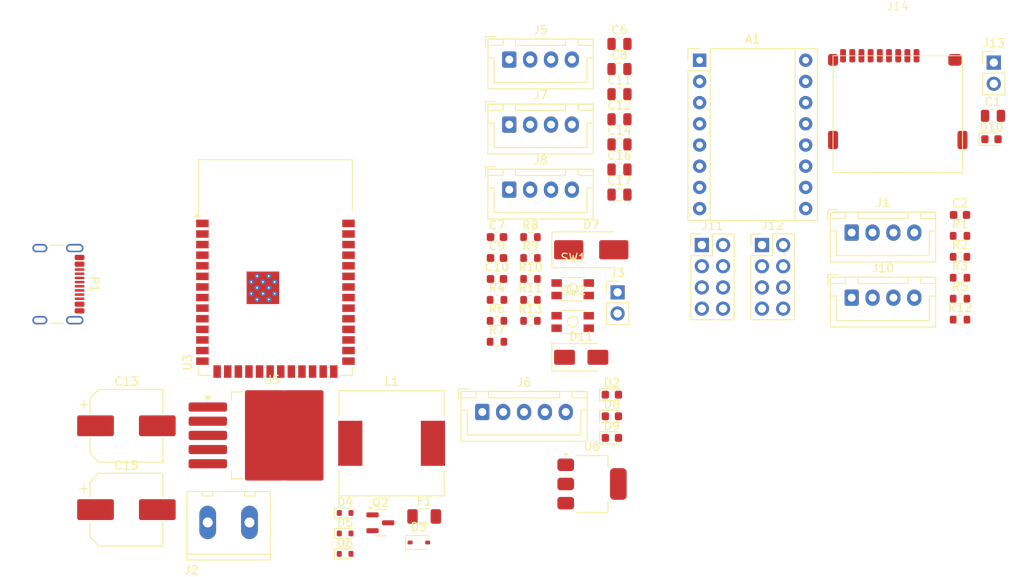
<source format=kicad_pcb>
(kicad_pcb (version 20240108) (generator "pcbnew") (generator_version "8.0")
  (layers (0 "F.Cu" signal) (31 "B.Cu" signal) (34 "B.Paste" user) (35 "F.Paste" user) (36 "B.SilkS" user "B.Silkscreen") (37 "F.SilkS" user "F.Silkscreen") (38 "B.Mask" user) (39 "F.Mask" user) (44 "Edge.Cuts" user))
  (net 0 "")
  (net 1 "GND")
  (net 2 "+3V3")
  (net 3 "/V_USB")
  (net 4 "/IO0")
  (net 5 "/RESET")
  (net 6 "Net-(U5-VC)")
  (net 7 "VIN_5V")
  (net 8 "+5V")
  (net 9 "Net-(D2-A)")
  (net 10 "Net-(D3-A)")
  (net 11 "USB_D+")
  (net 12 "USB_D-")
  (net 13 "Net-(D7-K)")
  (net 14 "Net-(D8-A)")
  (net 15 "Net-(D9-A)")
  (net 16 "Net-(F1-Pad1)")
  (net 17 "/VIN")
  (net 18 "FB")
  (net 19 "SDA")
  (net 20 "SCL")
  (net 21 "RS_SW")
  (net 22 "RS_CLK")
  (net 23 "RS_D")
  (net 26 "/IO2")
  (net 27 "LED")
  (net 28 "SPI_CS")
  (net 29 "SPI_MOSI")
  (net 30 "SPI_SCLK")
  (net 39 "U0RXD")
  (net 49 "U0TXD")
  (net 51 "SPI_MISO")
  (net 54 "STEPPER_EN")
  (net 55 "A+")
  (net 56 "M0")
  (net 57 "12V")
  (net 58 "A-")
  (net 61 "M1")
  (net 63 "STEPPER_DIR")
  (net 64 "STEPPER_STEP")
  (net 65 "B+")
  (net 66 "B-")
  (net 67 "M2")
  (net 68 "/VDL_3V3")
  (net 69 "Net-(D10-A)")
  (net 70 "ENB_CH1")
  (net 71 "5V")
  (net 72 "IN1_CH1")
  (net 73 "IN2_CH1")
  (net 74 "ENA_CH1")
  (net 77 "IN1_CH2")
  (net 78 "ENA_CH2")
  (net 79 "IN2_CH2")
  (net 81 "ENB_CH2")
  (net 83 "/C{slash}D")
  (net 84 "/Dat3")
  (net 85 "Net-(J14-CMD)")
  (net 88 "Net-(J14-Dat0)")
  (net 89 "Net-(J14-CLK)")
  (net 90 "/spi_miso")
  (net 91 "/spi_clk")
  (net 92 "/spi_mosi")
  (net 93 "/SD_cs")
  (footprint "IoWLabsConnectors:microSD_push_push" (layer "F.Cu") (at 173.265 54.17)
    (property "Reference" "J14" (at 0 -5.92 0) (layer "F.SilkS") (effects (font (thickness 0.1))))
    (property "Value" "~")
    (pad "1" smd roundrect (at 2.25 0 180) (size 0.7 1.6) (layers "F.Cu" "F.Paste" "F.Mask"))
    (pad "2" smd roundrect (at 1.15 0 180) (size 0.7 1.6) (layers "F.Cu" "F.Paste" "F.Mask") (net 84 "/Dat3"))
    (pad "3" smd roundrect (at 0.05 0 180) (size 0.7 1.6) (layers "F.Cu" "F.Paste" "F.Mask") (net 85 "Net-(J14-CMD)"))
    (pad "4" smd roundrect (at -1.05 0 180) (size 0.7 1.6) (layers "F.Cu" "F.Paste" "F.Mask") (net 68 "/VDL_3V3"))
    (pad "5" smd roundrect (at -2.15 0 180) (size 0.7 1.6) (layers "F.Cu" "F.Paste" "F.Mask") (net 89 "Net-(J14-CLK)"))
    (pad "6" smd roundrect (at -3.25 0 180) (size 0.7 1.6) (layers "F.Cu" "F.Paste" "F.Mask") (net 1 "GND"))
    (pad "7" smd roundrect (at -4.35 0 180) (size 0.7 1.6) (layers "F.Cu" "F.Paste" "F.Mask") (net 88 "Net-(J14-Dat0)"))
    (pad "8" smd roundrect (at -5.45 0 180) (size 0.7 1.6) (layers "F.Cu" "F.Paste" "F.Mask"))
    (pad "9" smd roundrect (at -6.55 0 180) (size 0.7 1.6) (layers "F.Cu" "F.Paste" "F.Mask") (net 83 "/C{slash}D"))
    (pad "10" smd roundrect (at -7.75 0.5 180) (size 1.2 1.4) (layers "F.Cu" "F.Paste" "F.Mask") (net 1 "GND"))
    (pad "10" smd roundrect (at -7.75 10.1 180) (size 1.2 2.2) (layers "F.Cu" "F.Paste" "F.Mask") (net 1 "GND"))
    (pad "10" smd roundrect (at 6.85 0.5 180) (size 1.6 1.4) (layers "F.Cu" "F.Paste" "F.Mask") (net 1 "GND"))
    (pad "10" smd roundrect (at 7.75 10.1 180) (size 1.2 2.2) (layers "F.Cu" "F.Paste" "F.Mask") (net 1 "GND"))
  )
  (footprint "Connector_PinHeader_2.54mm:PinHeader_2x04_P2.54mm_Vertical" (layer "F.Cu") (at 157.005 76.86)
    (property "Reference" "J12" (at 1.27 -2.33 0) (layer "F.SilkS"))
    (property "Value" "Conn_02x04_Odd_Even")
    (pad "1" thru_hole rect (at 0 0) (size 1.7 1.7) (drill 1) (layers "*.Cu" "*.Mask" "In1.Cu" "In2.Cu" "In3.Cu" "In4.Cu" "In5.Cu" "In6.Cu" "In7.Cu" "In8.Cu" "In9.Cu" "In10.Cu" "In11.Cu" "In12.Cu" "In13.Cu" "In14.Cu" "In15.Cu" "In16.Cu" "In17.Cu" "In18.Cu" "In19.Cu" "In20.Cu" "In21.Cu" "In22.Cu" "In23.Cu" "In24.Cu" "In25.Cu" "In26.Cu" "In27.Cu" "In28.Cu" "In29.Cu" "In30.Cu") (net 1 "GND"))
    (pad "2" thru_hole oval (at 2.54 0) (size 1.7 1.7) (drill 1) (layers "*.Cu" "*.Mask" "In1.Cu" "In2.Cu" "In3.Cu" "In4.Cu" "In5.Cu" "In6.Cu" "In7.Cu" "In8.Cu" "In9.Cu" "In10.Cu" "In11.Cu" "In12.Cu" "In13.Cu" "In14.Cu" "In15.Cu" "In16.Cu" "In17.Cu" "In18.Cu" "In19.Cu" "In20.Cu" "In21.Cu" "In22.Cu" "In23.Cu" "In24.Cu" "In25.Cu" "In26.Cu" "In27.Cu" "In28.Cu" "In29.Cu" "In30.Cu") (net 71 "5V"))
    (pad "3" thru_hole oval (at 0 2.54) (size 1.7 1.7) (drill 1) (layers "*.Cu" "*.Mask" "In1.Cu" "In2.Cu" "In3.Cu" "In4.Cu" "In5.Cu" "In6.Cu" "In7.Cu" "In8.Cu" "In9.Cu" "In10.Cu" "In11.Cu" "In12.Cu" "In13.Cu" "In14.Cu" "In15.Cu" "In16.Cu" "In17.Cu" "In18.Cu" "In19.Cu" "In20.Cu" "In21.Cu" "In22.Cu" "In23.Cu" "In24.Cu" "In25.Cu" "In26.Cu" "In27.Cu" "In28.Cu" "In29.Cu" "In30.Cu"))
    (pad "4" thru_hole oval (at 2.54 2.54) (size 1.7 1.7) (drill 1) (layers "*.Cu" "*.Mask" "In1.Cu" "In2.Cu" "In3.Cu" "In4.Cu" "In5.Cu" "In6.Cu" "In7.Cu" "In8.Cu" "In9.Cu" "In10.Cu" "In11.Cu" "In12.Cu" "In13.Cu" "In14.Cu" "In15.Cu" "In16.Cu" "In17.Cu" "In18.Cu" "In19.Cu" "In20.Cu" "In21.Cu" "In22.Cu" "In23.Cu" "In24.Cu" "In25.Cu" "In26.Cu" "In27.Cu" "In28.Cu" "In29.Cu" "In30.Cu"))
    (pad "5" thru_hole oval (at 0 5.08) (size 1.7 1.7) (drill 1) (layers "*.Cu" "*.Mask" "In1.Cu" "In2.Cu" "In3.Cu" "In4.Cu" "In5.Cu" "In6.Cu" "In7.Cu" "In8.Cu" "In9.Cu" "In10.Cu" "In11.Cu" "In12.Cu" "In13.Cu" "In14.Cu" "In15.Cu" "In16.Cu" "In17.Cu" "In18.Cu" "In19.Cu" "In20.Cu" "In21.Cu" "In22.Cu" "In23.Cu" "In24.Cu" "In25.Cu" "In26.Cu" "In27.Cu" "In28.Cu" "In29.Cu" "In30.Cu") (net 78 "ENA_CH2"))
    (pad "6" thru_hole oval (at 2.54 5.08) (size 1.7 1.7) (drill 1) (layers "*.Cu" "*.Mask" "In1.Cu" "In2.Cu" "In3.Cu" "In4.Cu" "In5.Cu" "In6.Cu" "In7.Cu" "In8.Cu" "In9.Cu" "In10.Cu" "In11.Cu" "In12.Cu" "In13.Cu" "In14.Cu" "In15.Cu" "In16.Cu" "In17.Cu" "In18.Cu" "In19.Cu" "In20.Cu" "In21.Cu" "In22.Cu" "In23.Cu" "In24.Cu" "In25.Cu" "In26.Cu" "In27.Cu" "In28.Cu" "In29.Cu" "In30.Cu") (net 81 "ENB_CH2"))
    (pad "7" thru_hole oval (at 0 7.62) (size 1.7 1.7) (drill 1) (layers "*.Cu" "*.Mask" "In1.Cu" "In2.Cu" "In3.Cu" "In4.Cu" "In5.Cu" "In6.Cu" "In7.Cu" "In8.Cu" "In9.Cu" "In10.Cu" "In11.Cu" "In12.Cu" "In13.Cu" "In14.Cu" "In15.Cu" "In16.Cu" "In17.Cu" "In18.Cu" "In19.Cu" "In20.Cu" "In21.Cu" "In22.Cu" "In23.Cu" "In24.Cu" "In25.Cu" "In26.Cu" "In27.Cu" "In28.Cu" "In29.Cu" "In30.Cu") (net 77 "IN1_CH2"))
    (pad "8" thru_hole oval (at 2.54 7.62) (size 1.7 1.7) (drill 1) (layers "*.Cu" "*.Mask" "In1.Cu" "In2.Cu" "In3.Cu" "In4.Cu" "In5.Cu" "In6.Cu" "In7.Cu" "In8.Cu" "In9.Cu" "In10.Cu" "In11.Cu" "In12.Cu" "In13.Cu" "In14.Cu" "In15.Cu" "In16.Cu" "In17.Cu" "In18.Cu" "In19.Cu" "In20.Cu" "In21.Cu" "In22.Cu" "In23.Cu" "In24.Cu" "In25.Cu" "In26.Cu" "In27.Cu" "In28.Cu" "In29.Cu" "In30.Cu") (net 79 "IN2_CH2"))
  )
  (footprint "IoWLabsConnectors:Tb-2x1-5p-TH-V" (layer "F.Cu") (at 93.1288 110.11)
    (property "Reference" "J2" (at -4.445 5.715 0) (layer "F.SilkS"))
    (property "Value" "VIN")
    (pad "1" thru_hole oval (at -2.5 0) (size 2 4) (drill 1.2) (layers "*.Cu" "*.Mask" "In1.Cu" "In2.Cu" "In3.Cu" "In4.Cu" "In5.Cu" "In6.Cu" "In7.Cu" "In8.Cu" "In9.Cu" "In10.Cu" "In11.Cu" "In12.Cu" "In13.Cu" "In14.Cu" "In15.Cu" "In16.Cu" "In17.Cu" "In18.Cu" "In19.Cu" "In20.Cu" "In21.Cu" "In22.Cu" "In23.Cu" "In24.Cu" "In25.Cu" "In26.Cu" "In27.Cu" "In28.Cu" "In29.Cu" "In30.Cu" "B.Paste") (net 1 "GND"))
    (pad "2" thru_hole oval (at 2.5 0) (size 2 4) (drill 1.2) (layers "*.Cu" "*.Mask" "In1.Cu" "In2.Cu" "In3.Cu" "In4.Cu" "In5.Cu" "In6.Cu" "In7.Cu" "In8.Cu" "In9.Cu" "In10.Cu" "In11.Cu" "In12.Cu" "In13.Cu" "In14.Cu" "In15.Cu" "In16.Cu" "In17.Cu" "In18.Cu" "In19.Cu" "In20.Cu" "In21.Cu" "In22.Cu" "In23.Cu" "In24.Cu" "In25.Cu" "In26.Cu" "In27.Cu" "In28.Cu" "In29.Cu" "In30.Cu") (net 16 "Net-(F1-Pad1)"))
  )
  (footprint "Capacitor_SMD:C_0805_2012Metric" (layer "F.Cu") (at 139.94 58.775)
    (property "Reference" "C11" (at 0 -1.68 0) (layer "F.SilkS"))
    (property "Value" "1u")
    (pad "1" smd roundrect (at -0.95 0) (size 1 1.45) (layers "F.Cu" "F.Paste" "F.Mask") (net 57 "12V"))
    (pad "2" smd roundrect (at 0.95 0) (size 1 1.45) (layers "F.Cu" "F.Paste" "F.Mask") (net 1 "GND"))
  )
  (footprint "Fuse:Fuse_1206_3216Metric" (layer "F.Cu") (at 116.55 109.395)
    (property "Reference" "F1" (at 0 -1.82 0) (layer "F.SilkS"))
    (property "Value" "FUSE")
    (pad "1" smd roundrect (at -1.4 0) (size 1.25 1.75) (layers "F.Cu" "F.Paste" "F.Mask") (roundrect_rratio 0.2) (net 16 "Net-(F1-Pad1)"))
    (pad "2" smd roundrect (at 1.4 0) (size 1.25 1.75) (layers "F.Cu" "F.Paste" "F.Mask") (roundrect_rratio 0.2) (net 17 "/VIN"))
  )
  (footprint "Connector_JST:JST_XH_B4B-XH-A_1x04_P2.50mm_Vertical" (layer "F.Cu") (at 167.745 75.37)
    (property "Reference" "J1" (at 3.75 -3.55 0) (layer "F.SilkS"))
    (property "Value" "HDR-4x1")
    (pad "1" thru_hole roundrect (at 0 0) (size 1.7 1.95) (drill 0.95) (layers "*.Cu" "*.Mask" "In1.Cu" "In2.Cu" "In3.Cu" "In4.Cu" "In5.Cu" "In6.Cu" "In7.Cu" "In8.Cu" "In9.Cu" "In10.Cu" "In11.Cu" "In12.Cu" "In13.Cu" "In14.Cu" "In15.Cu" "In16.Cu" "In17.Cu" "In18.Cu" "In19.Cu" "In20.Cu" "In21.Cu" "In22.Cu" "In23.Cu" "In24.Cu" "In25.Cu" "In26.Cu" "In27.Cu" "In28.Cu" "In29.Cu" "In30.Cu") (roundrect_rratio 0.147059) (net 1 "GND"))
    (pad "2" thru_hole oval (at 2.5 0) (size 1.7 1.95) (drill 0.95) (layers "*.Cu" "*.Mask" "In1.Cu" "In2.Cu" "In3.Cu" "In4.Cu" "In5.Cu" "In6.Cu" "In7.Cu" "In8.Cu" "In9.Cu" "In10.Cu" "In11.Cu" "In12.Cu" "In13.Cu" "In14.Cu" "In15.Cu" "In16.Cu" "In17.Cu" "In18.Cu" "In19.Cu" "In20.Cu" "In21.Cu" "In22.Cu" "In23.Cu" "In24.Cu" "In25.Cu" "In26.Cu" "In27.Cu" "In28.Cu" "In29.Cu" "In30.Cu") (net 2 "+3V3"))
    (pad "3" thru_hole oval (at 5 0) (size 1.7 1.95) (drill 0.95) (layers "*.Cu" "*.Mask" "In1.Cu" "In2.Cu" "In3.Cu" "In4.Cu" "In5.Cu" "In6.Cu" "In7.Cu" "In8.Cu" "In9.Cu" "In10.Cu" "In11.Cu" "In12.Cu" "In13.Cu" "In14.Cu" "In15.Cu" "In16.Cu" "In17.Cu" "In18.Cu" "In19.Cu" "In20.Cu" "In21.Cu" "In22.Cu" "In23.Cu" "In24.Cu" "In25.Cu" "In26.Cu" "In27.Cu" "In28.Cu" "In29.Cu" "In30.Cu") (net 19 "SDA"))
    (pad "4" thru_hole oval (at 7.5 0) (size 1.7 1.95) (drill 0.95) (layers "*.Cu" "*.Mask" "In1.Cu" "In2.Cu" "In3.Cu" "In4.Cu" "In5.Cu" "In6.Cu" "In7.Cu" "In8.Cu" "In9.Cu" "In10.Cu" "In11.Cu" "In12.Cu" "In13.Cu" "In14.Cu" "In15.Cu" "In16.Cu" "In17.Cu" "In18.Cu" "In19.Cu" "In20.Cu" "In21.Cu" "In22.Cu" "In23.Cu" "In24.Cu" "In25.Cu" "In26.Cu" "In27.Cu" "In28.Cu" "In29.Cu" "In30.Cu") (net 20 "SCL"))
  )
  (footprint "Capacitor_SMD:C_0805_2012Metric" (layer "F.Cu") (at 139.94 64.795)
    (property "Reference" "C14" (at 0 -1.68 0) (layer "F.SilkS"))
    (property "Value" "1u")
    (pad "1" smd roundrect (at -0.95 0) (size 1 1.45) (layers "F.Cu" "F.Paste" "F.Mask") (net 7 "VIN_5V"))
    (pad "2" smd roundrect (at 0.95 0) (size 1 1.45) (layers "F.Cu" "F.Paste" "F.Mask") (net 1 "GND"))
  )
  (footprint "Connector_PinHeader_2.54mm:PinHeader_2x04_P2.54mm_Vertical" (layer "F.Cu") (at 149.805 76.86)
    (property "Reference" "J11" (at 1.27 -2.33 0) (layer "F.SilkS"))
    (property "Value" "Conn_02x04_Odd_Even")
    (pad "1" thru_hole rect (at 0 0) (size 1.7 1.7) (drill 1) (layers "*.Cu" "*.Mask" "In1.Cu" "In2.Cu" "In3.Cu" "In4.Cu" "In5.Cu" "In6.Cu" "In7.Cu" "In8.Cu" "In9.Cu" "In10.Cu" "In11.Cu" "In12.Cu" "In13.Cu" "In14.Cu" "In15.Cu" "In16.Cu" "In17.Cu" "In18.Cu" "In19.Cu" "In20.Cu" "In21.Cu" "In22.Cu" "In23.Cu" "In24.Cu" "In25.Cu" "In26.Cu" "In27.Cu" "In28.Cu" "In29.Cu" "In30.Cu") (net 1 "GND"))
    (pad "2" thru_hole oval (at 2.54 0) (size 1.7 1.7) (drill 1) (layers "*.Cu" "*.Mask" "In1.Cu" "In2.Cu" "In3.Cu" "In4.Cu" "In5.Cu" "In6.Cu" "In7.Cu" "In8.Cu" "In9.Cu" "In10.Cu" "In11.Cu" "In12.Cu" "In13.Cu" "In14.Cu" "In15.Cu" "In16.Cu" "In17.Cu" "In18.Cu" "In19.Cu" "In20.Cu" "In21.Cu" "In22.Cu" "In23.Cu" "In24.Cu" "In25.Cu" "In26.Cu" "In27.Cu" "In28.Cu" "In29.Cu" "In30.Cu") (net 71 "5V"))
    (pad "3" thru_hole oval (at 0 2.54) (size 1.7 1.7) (drill 1) (layers "*.Cu" "*.Mask" "In1.Cu" "In2.Cu" "In3.Cu" "In4.Cu" "In5.Cu" "In6.Cu" "In7.Cu" "In8.Cu" "In9.Cu" "In10.Cu" "In11.Cu" "In12.Cu" "In13.Cu" "In14.Cu" "In15.Cu" "In16.Cu" "In17.Cu" "In18.Cu" "In19.Cu" "In20.Cu" "In21.Cu" "In22.Cu" "In23.Cu" "In24.Cu" "In25.Cu" "In26.Cu" "In27.Cu" "In28.Cu" "In29.Cu" "In30.Cu"))
    (pad "4" thru_hole oval (at 2.54 2.54) (size 1.7 1.7) (drill 1) (layers "*.Cu" "*.Mask" "In1.Cu" "In2.Cu" "In3.Cu" "In4.Cu" "In5.Cu" "In6.Cu" "In7.Cu" "In8.Cu" "In9.Cu" "In10.Cu" "In11.Cu" "In12.Cu" "In13.Cu" "In14.Cu" "In15.Cu" "In16.Cu" "In17.Cu" "In18.Cu" "In19.Cu" "In20.Cu" "In21.Cu" "In22.Cu" "In23.Cu" "In24.Cu" "In25.Cu" "In26.Cu" "In27.Cu" "In28.Cu" "In29.Cu" "In30.Cu"))
    (pad "5" thru_hole oval (at 0 5.08) (size 1.7 1.7) (drill 1) (layers "*.Cu" "*.Mask" "In1.Cu" "In2.Cu" "In3.Cu" "In4.Cu" "In5.Cu" "In6.Cu" "In7.Cu" "In8.Cu" "In9.Cu" "In10.Cu" "In11.Cu" "In12.Cu" "In13.Cu" "In14.Cu" "In15.Cu" "In16.Cu" "In17.Cu" "In18.Cu" "In19.Cu" "In20.Cu" "In21.Cu" "In22.Cu" "In23.Cu" "In24.Cu" "In25.Cu" "In26.Cu" "In27.Cu" "In28.Cu" "In29.Cu" "In30.Cu") (net 74 "ENA_CH1"))
    (pad "6" thru_hole oval (at 2.54 5.08) (size 1.7 1.7) (drill 1) (layers "*.Cu" "*.Mask" "In1.Cu" "In2.Cu" "In3.Cu" "In4.Cu" "In5.Cu" "In6.Cu" "In7.Cu" "In8.Cu" "In9.Cu" "In10.Cu" "In11.Cu" "In12.Cu" "In13.Cu" "In14.Cu" "In15.Cu" "In16.Cu" "In17.Cu" "In18.Cu" "In19.Cu" "In20.Cu" "In21.Cu" "In22.Cu" "In23.Cu" "In24.Cu" "In25.Cu" "In26.Cu" "In27.Cu" "In28.Cu" "In29.Cu" "In30.Cu") (net 70 "ENB_CH1"))
    (pad "7" thru_hole oval (at 0 7.62) (size 1.7 1.7) (drill 1) (layers "*.Cu" "*.Mask" "In1.Cu" "In2.Cu" "In3.Cu" "In4.Cu" "In5.Cu" "In6.Cu" "In7.Cu" "In8.Cu" "In9.Cu" "In10.Cu" "In11.Cu" "In12.Cu" "In13.Cu" "In14.Cu" "In15.Cu" "In16.Cu" "In17.Cu" "In18.Cu" "In19.Cu" "In20.Cu" "In21.Cu" "In22.Cu" "In23.Cu" "In24.Cu" "In25.Cu" "In26.Cu" "In27.Cu" "In28.Cu" "In29.Cu" "In30.Cu") (net 72 "IN1_CH1"))
    (pad "8" thru_hole oval (at 2.54 7.62) (size 1.7 1.7) (drill 1) (layers "*.Cu" "*.Mask" "In1.Cu" "In2.Cu" "In3.Cu" "In4.Cu" "In5.Cu" "In6.Cu" "In7.Cu" "In8.Cu" "In9.Cu" "In10.Cu" "In11.Cu" "In12.Cu" "In13.Cu" "In14.Cu" "In15.Cu" "In16.Cu" "In17.Cu" "In18.Cu" "In19.Cu" "In20.Cu" "In21.Cu" "In22.Cu" "In23.Cu" "In24.Cu" "In25.Cu" "In26.Cu" "In27.Cu" "In28.Cu" "In29.Cu" "In30.Cu") (net 73 "IN2_CH1"))
  )
  (footprint "Resistor_SMD:R_0603_1608Metric" (layer "F.Cu") (at 129.28 78.415)
    (property "Reference" "R9" (at 0 -1.43 0) (layer "F.SilkS"))
    (property "Value" "3.3K")
    (pad "1" smd roundrect (at -0.825 0) (size 0.8 0.95) (layers "F.Cu" "F.Paste" "F.Mask") (net 18 "FB"))
    (pad "2" smd roundrect (at 0.825 0) (size 0.8 0.95) (layers "F.Cu" "F.Paste" "F.Mask") (net 1 "GND"))
  )
  (footprint "Resistor_SMD:R_0603_1608Metric" (layer "F.Cu") (at 125.27 83.435)
    (property "Reference" "R4" (at 0 -1.43 0) (layer "F.SilkS"))
    (property "Value" "330")
    (pad "1" smd roundrect (at -0.825 0) (size 0.8 0.95) (layers "F.Cu" "F.Paste" "F.Mask") (net 26 "/IO2"))
    (pad "2" smd roundrect (at 0.825 0) (size 0.8 0.95) (layers "F.Cu" "F.Paste" "F.Mask") (net 9 "Net-(D2-A)"))
  )
  (footprint "Capacitor_SMD:C_0805_2012Metric" (layer "F.Cu") (at 139.94 61.785)
    (property "Reference" "C12" (at 0 -1.68 0) (layer "F.SilkS"))
    (property "Value" "1u")
    (pad "1" smd roundrect (at -0.95 0) (size 1 1.45) (layers "F.Cu" "F.Paste" "F.Mask") (net 57 "12V"))
    (pad "2" smd roundrect (at 0.95 0) (size 1 1.45) (layers "F.Cu" "F.Paste" "F.Mask") (net 6 "Net-(U5-VC)"))
  )
  (footprint "Resistor_SMD:R_0603_1608Metric" (layer "F.Cu") (at 180.725 83.29)
    (property "Reference" "R5" (at 0 -1.43 0) (layer "F.SilkS"))
    (property "Value" "3.3k")
    (pad "1" smd roundrect (at -0.825 0) (size 0.8 0.95) (layers "F.Cu" "F.Paste" "F.Mask") (net 93 "/SD_cs"))
    (pad "2" smd roundrect (at 0.825 0) (size 0.8 0.95) (layers "F.Cu" "F.Paste" "F.Mask") (net 84 "/Dat3"))
  )
  (footprint "IoWLabs:SMD_SWITCH" (layer "F.Cu") (at 134.335 82.16)
    (property "Reference" "SW1" (at 0.0762 -3.7672 0) (layer "F.SilkS"))
    (property "Value" "SW_DIP_x02")
    (pad "1" smd rect (at -1.925 0.75) (size 1.25 0.9) (layers "F.Cu" "F.Paste" "F.Mask") (net 1 "GND"))
    (pad "2" smd rect (at 1.925 0.75) (size 1.25 0.9) (layers "F.Cu" "F.Paste" "F.Mask") (net 1 "GND"))
    (pad "3" smd rect (at -1.925 -0.75) (size 1.25 0.9) (layers "F.Cu" "F.Paste" "F.Mask") (net 4 "/IO0"))
    (pad "4" smd rect (at 1.925 -0.75) (size 1.25 0.9) (layers "F.Cu" "F.Paste" "F.Mask") (net 4 "/IO0"))
  )
  (footprint "Resistor_SMD:R_0603_1608Metric" (layer "F.Cu") (at 180.725 85.8)
    (property "Reference" "R12" (at 0 -1.43 0) (layer "F.SilkS"))
    (property "Value" "1k")
    (pad "1" smd roundrect (at -0.825 0) (size 0.8 0.95) (layers "F.Cu" "F.Paste" "F.Mask") (net 27 "LED"))
    (pad "2" smd roundrect (at 0.825 0) (size 0.8 0.95) (layers "F.Cu" "F.Paste" "F.Mask") (net 69 "Net-(D10-A)"))
  )
  (footprint "Inductor_SMD:L_12x12mm_H8mm" (layer "F.Cu") (at 112.65 100.625)
    (property "Reference" "L1" (at 0 -7.4 0) (layer "F.SilkS"))
    (property "Value" "47uH")
    (pad "1" smd rect (at -4.95 0) (size 2.9 5.4) (layers "F.Cu" "F.Paste" "F.Mask") (net 13 "Net-(D7-K)"))
    (pad "2" smd rect (at 4.95 0) (size 2.9 5.4) (layers "F.Cu" "F.Paste" "F.Mask") (net 7 "VIN_5V"))
  )
  (footprint "Capacitor_SMD:C_0805_2012Metric" (layer "F.Cu") (at 184.665 61.37)
    (property "Reference" "C1" (at 0 -1.68 0) (layer "F.SilkS"))
    (property "Value" "10u")
    (pad "1" smd roundrect (at -0.95 0) (size 1 1.45) (layers "F.Cu" "F.Paste" "F.Mask") (net 68 "/VDL_3V3"))
    (pad "2" smd roundrect (at 0.95 0) (size 1 1.45) (layers "F.Cu" "F.Paste" "F.Mask") (net 1 "GND"))
  )
  (footprint "LED_SMD:LED_0603_1608Metric" (layer "F.Cu") (at 139.03 94.795)
    (property "Reference" "D2" (at 0 -1.43 0) (layer "F.SilkS"))
    (property "Value" "LED")
    (pad "1" smd roundrect (at -0.7875 0) (size 0.875 0.95) (layers "F.Cu" "F.Paste" "F.Mask") (net 1 "GND"))
    (pad "2" smd roundrect (at 0.7875 0) (size 0.875 0.95) (layers "F.Cu" "F.Paste" "F.Mask") (net 9 "Net-(D2-A)"))
  )
  (footprint "Capacitor_SMD:C_0603_1608Metric" (layer "F.Cu") (at 125.27 78.415)
    (property "Reference" "C9" (at 0 -1.43 0) (layer "F.SilkS"))
    (property "Value" "100n")
    (pad "1" smd roundrect (at -0.775 0) (size 0.9 0.95) (layers "F.Cu" "F.Paste" "F.Mask") (net 4 "/IO0"))
    (pad "2" smd roundrect (at 0.775 0) (size 0.9 0.95) (layers "F.Cu" "F.Paste" "F.Mask") (net 1 "GND"))
  )
  (footprint "Resistor_SMD:R_0603_1608Metric" (layer "F.Cu") (at 129.28 85.945)
    (property "Reference" "R13" (at 0 -1.43 0) (layer "F.SilkS"))
    (property "Value" "10K")
    (pad "1" smd roundrect (at -0.825 0) (size 0.8 0.95) (layers "F.Cu" "F.Paste" "F.Mask") (net 7 "VIN_5V"))
    (pad "2" smd roundrect (at 0.825 0) (size 0.8 0.95) (layers "F.Cu" "F.Paste" "F.Mask") (net 1 "GND"))
  )
  (footprint "Connector_JST:JST_XH_B4B-XH-A_1x04_P2.50mm_Vertical" (layer "F.Cu") (at 126.74 70.225)
    (property "Reference" "J8" (at 3.75 -3.55 0) (layer "F.SilkS"))
    (property "Value" "HDR-4x1")
    (pad "1" thru_hole roundrect (at 0 0) (size 1.7 1.95) (drill 0.95) (layers "*.Cu" "*.Mask" "In1.Cu" "In2.Cu" "In3.Cu" "In4.Cu" "In5.Cu" "In6.Cu" "In7.Cu" "In8.Cu" "In9.Cu" "In10.Cu" "In11.Cu" "In12.Cu" "In13.Cu" "In14.Cu" "In15.Cu" "In16.Cu" "In17.Cu" "In18.Cu" "In19.Cu" "In20.Cu" "In21.Cu" "In22.Cu" "In23.Cu" "In24.Cu" "In25.Cu" "In26.Cu" "In27.Cu" "In28.Cu" "In29.Cu" "In30.Cu") (roundrect_rratio 0.147059) (net 1 "GND"))
    (pad "2" thru_hole oval (at 2.5 0) (size 1.7 1.95) (drill 0.95) (layers "*.Cu" "*.Mask" "In1.Cu" "In2.Cu" "In3.Cu" "In4.Cu" "In5.Cu" "In6.Cu" "In7.Cu" "In8.Cu" "In9.Cu" "In10.Cu" "In11.Cu" "In12.Cu" "In13.Cu" "In14.Cu" "In15.Cu" "In16.Cu" "In17.Cu" "In18.Cu" "In19.Cu" "In20.Cu" "In21.Cu" "In22.Cu" "In23.Cu" "In24.Cu" "In25.Cu" "In26.Cu" "In27.Cu" "In28.Cu" "In29.Cu" "In30.Cu") (net 2 "+3V3"))
    (pad "3" thru_hole oval (at 5 0) (size 1.7 1.95) (drill 0.95) (layers "*.Cu" "*.Mask" "In1.Cu" "In2.Cu" "In3.Cu" "In4.Cu" "In5.Cu" "In6.Cu" "In7.Cu" "In8.Cu" "In9.Cu" "In10.Cu" "In11.Cu" "In12.Cu" "In13.Cu" "In14.Cu" "In15.Cu" "In16.Cu" "In17.Cu" "In18.Cu" "In19.Cu" "In20.Cu" "In21.Cu" "In22.Cu" "In23.Cu" "In24.Cu" "In25.Cu" "In26.Cu" "In27.Cu" "In28.Cu" "In29.Cu" "In30.Cu") (net 19 "SDA"))
    (pad "4" thru_hole oval (at 7.5 0) (size 1.7 1.95) (drill 0.95) (layers "*.Cu" "*.Mask" "In1.Cu" "In2.Cu" "In3.Cu" "In4.Cu" "In5.Cu" "In6.Cu" "In7.Cu" "In8.Cu" "In9.Cu" "In10.Cu" "In11.Cu" "In12.Cu" "In13.Cu" "In14.Cu" "In15.Cu" "In16.Cu" "In17.Cu" "In18.Cu" "In19.Cu" "In20.Cu" "In21.Cu" "In22.Cu" "In23.Cu" "In24.Cu" "In25.Cu" "In26.Cu" "In27.Cu" "In28.Cu" "In29.Cu" "In30.Cu") (net 20 "SCL"))
  )
  (footprint "Capacitor_SMD:CP_Elec_8x10.5" (layer "F.Cu") (at 80.89 108.575)
    (property "Reference" "C15" (at 0 -5.3 0) (layer "F.SilkS"))
    (property "Value" "330uF")
    (pad "1" smd roundrect (at -3.7 0) (size 4.4 2.5) (layers "F.Cu" "F.Paste" "F.Mask") (roundrect_rratio 0.1) (net 7 "VIN_5V"))
    (pad "2" smd roundrect (at 3.7 0) (size 4.4 2.5) (layers "F.Cu" "F.Paste" "F.Mask") (roundrect_rratio 0.1) (net 1 "GND"))
  )
  (footprint "Resistor_SMD:R_0603_1608Metric" (layer "F.Cu") (at 129.28 83.435)
    (property "Reference" "R11" (at 0 -1.43 0) (layer "F.SilkS"))
    (property "Value" "1k")
    (pad "1" smd roundrect (at -0.825 0) (size 0.8 0.95) (layers "F.Cu" "F.Paste" "F.Mask") (net 8 "+5V"))
    (pad "2" smd roundrect (at 0.825 0) (size 0.8 0.95) (layers "F.Cu" "F.Paste" "F.Mask") (net 15 "Net-(D9-A)"))
  )
  (footprint "Connector_JST:JST_XH_B4B-XH-A_1x04_P2.50mm_Vertical" (layer "F.Cu") (at 167.745 83.17)
    (property "Reference" "J10" (at 3.75 -3.55 0) (layer "F.SilkS"))
    (property "Value" "HDR-4x1")
    (pad "1" thru_hole roundrect (at 0 0) (size 1.7 1.95) (drill 0.95) (layers "*.Cu" "*.Mask" "In1.Cu" "In2.Cu" "In3.Cu" "In4.Cu" "In5.Cu" "In6.Cu" "In7.Cu" "In8.Cu" "In9.Cu" "In10.Cu" "In11.Cu" "In12.Cu" "In13.Cu" "In14.Cu" "In15.Cu" "In16.Cu" "In17.Cu" "In18.Cu" "In19.Cu" "In20.Cu" "In21.Cu" "In22.Cu" "In23.Cu" "In24.Cu" "In25.Cu" "In26.Cu" "In27.Cu" "In28.Cu" "In29.Cu" "In30.Cu") (roundrect_rratio 0.147059) (net 55 "A+"))
    (pad "2" thru_hole oval (at 2.5 0) (size 1.7 1.95) (drill 0.95) (layers "*.Cu" "*.Mask" "In1.Cu" "In2.Cu" "In3.Cu" "In4.Cu" "In5.Cu" "In6.Cu" "In7.Cu" "In8.Cu" "In9.Cu" "In10.Cu" "In11.Cu" "In12.Cu" "In13.Cu" "In14.Cu" "In15.Cu" "In16.Cu" "In17.Cu" "In18.Cu" "In19.Cu" "In20.Cu" "In21.Cu" "In22.Cu" "In23.Cu" "In24.Cu" "In25.Cu" "In26.Cu" "In27.Cu" "In28.Cu" "In29.Cu" "In30.Cu") (net 58 "A-"))
    (pad "3" thru_hole oval (at 5 0) (size 1.7 1.95) (drill 0.95) (layers "*.Cu" "*.Mask" "In1.Cu" "In2.Cu" "In3.Cu" "In4.Cu" "In5.Cu" "In6.Cu" "In7.Cu" "In8.Cu" "In9.Cu" "In10.Cu" "In11.Cu" "In12.Cu" "In13.Cu" "In14.Cu" "In15.Cu" "In16.Cu" "In17.Cu" "In18.Cu" "In19.Cu" "In20.Cu" "In21.Cu" "In22.Cu" "In23.Cu" "In24.Cu" "In25.Cu" "In26.Cu" "In27.Cu" "In28.Cu" "In29.Cu" "In30.Cu") (net 65 "B+"))
    (pad "4" thru_hole oval (at 7.5 0) (size 1.7 1.95) (drill 0.95) (layers "*.Cu" "*.Mask" "In1.Cu" "In2.Cu" "In3.Cu" "In4.Cu" "In5.Cu" "In6.Cu" "In7.Cu" "In8.Cu" "In9.Cu" "In10.Cu" "In11.Cu" "In12.Cu" "In13.Cu" "In14.Cu" "In15.Cu" "In16.Cu" "In17.Cu" "In18.Cu" "In19.Cu" "In20.Cu" "In21.Cu" "In22.Cu" "In23.Cu" "In24.Cu" "In25.Cu" "In26.Cu" "In27.Cu" "In28.Cu" "In29.Cu" "In30.Cu") (net 66 "B-"))
  )
  (footprint "Diode_SMD:D_SMA" (layer "F.Cu") (at 135.355 90.315)
    (property "Reference" "D11" (at 0 -2.5 0) (layer "F.SilkS"))
    (property "Value" "D_Schottky")
    (pad "1" smd roundrect (at -2 0) (size 2.5 1.8) (layers "F.Cu" "F.Paste" "F.Mask") (roundrect_rratio 0.1388888889) (net 8 "+5V"))
    (pad "2" smd roundrect (at 2 0) (size 2.5 1.8) (layers "F.Cu" "F.Paste" "F.Mask") (roundrect_rratio 0.1388888889) (net 7 "VIN_5V"))
  )
  (footprint "IoWLabs:SMD_SWITCH" (layer "F.Cu") (at 134.335 86.08)
    (property "Reference" "SW2" (at 0.0762 -3.7672 0) (layer "F.SilkS"))
    (property "Value" "SW_DIP_x02")
    (pad "1" smd rect (at -1.925 0.75) (size 1.25 0.9) (layers "F.Cu" "F.Paste" "F.Mask") (net 1 "GND"))
    (pad "2" smd rect (at 1.925 0.75) (size 1.25 0.9) (layers "F.Cu" "F.Paste" "F.Mask") (net 1 "GND"))
    (pad "3" smd rect (at -1.925 -0.75) (size 1.25 0.9) (layers "F.Cu" "F.Paste" "F.Mask") (net 5 "/RESET"))
    (pad "4" smd rect (at 1.925 -0.75) (size 1.25 0.9) (layers "F.Cu" "F.Paste" "F.Mask") (net 5 "/RESET"))
  )
  (footprint "LED_SMD:LED_0603_1608Metric" (layer "F.Cu") (at 184.485 64.17)
    (property "Reference" "D10" (at 0 -1.43 0) (layer "F.SilkS"))
    (property "Value" "LED")
    (pad "1" smd roundrect (at -0.7875 0) (size 0.875 0.95) (layers "F.Cu" "F.Paste" "F.Mask") (net 1 "GND"))
    (pad "2" smd roundrect (at 0.7875 0) (size 0.875 0.95) (layers "F.Cu" "F.Paste" "F.Mask") (net 69 "Net-(D10-A)"))
  )
  (footprint "Capacitor_SMD:C_0603_1608Metric" (layer "F.Cu") (at 125.27 80.925)
    (property "Reference" "C10" (at 0 -1.43 0) (layer "F.SilkS"))
    (property "Value" "100n")
    (pad "1" smd roundrect (at -0.775 0) (size 0.9 0.95) (layers "F.Cu" "F.Paste" "F.Mask") (net 5 "/RESET"))
    (pad "2" smd roundrect (at 0.775 0) (size 0.9 0.95) (layers "F.Cu" "F.Paste" "F.Mask") (net 1 "GND"))
  )
  (footprint "Resistor_SMD:R_0603_1608Metric" (layer "F.Cu") (at 129.28 75.905)
    (property "Reference" "R8" (at 0 -1.43 0) (layer "F.SilkS"))
    (property "Value" "10K")
    (pad "1" smd roundrect (at -0.825 0) (size 0.8 0.95) (layers "F.Cu" "F.Paste" "F.Mask") (net 7 "VIN_5V"))
    (pad "2" smd roundrect (at 0.825 0) (size 0.8 0.95) (layers "F.Cu" "F.Paste" "F.Mask") (net 18 "FB"))
  )
  (footprint "Capacitor_SMD:C_0805_2012Metric" (layer "F.Cu") (at 139.94 67.805)
    (property "Reference" "C16" (at 0 -1.68 0) (layer "F.SilkS"))
    (property "Value" "1u")
    (pad "1" smd roundrect (at -0.95 0) (size 1 1.45) (layers "F.Cu" "F.Paste" "F.Mask") (net 8 "+5V"))
    (pad "2" smd roundrect (at 0.95 0) (size 1 1.45) (layers "F.Cu" "F.Paste" "F.Mask") (net 1 "GND"))
  )
  (footprint "Connector_JST:JST_XH_B4B-XH-A_1x04_P2.50mm_Vertical" (layer "F.Cu") (at 126.74 54.625)
    (property "Reference" "J5" (at 3.75 -3.55 0) (layer "F.SilkS"))
    (property "Value" "HDR-4x1")
    (pad "1" thru_hole roundrect (at 0 0) (size 1.7 1.95) (drill 0.95) (layers "*.Cu" "*.Mask" "In1.Cu" "In2.Cu" "In3.Cu" "In4.Cu" "In5.Cu" "In6.Cu" "In7.Cu" "In8.Cu" "In9.Cu" "In10.Cu" "In11.Cu" "In12.Cu" "In13.Cu" "In14.Cu" "In15.Cu" "In16.Cu" "In17.Cu" "In18.Cu" "In19.Cu" "In20.Cu" "In21.Cu" "In22.Cu" "In23.Cu" "In24.Cu" "In25.Cu" "In26.Cu" "In27.Cu" "In28.Cu" "In29.Cu" "In30.Cu") (roundrect_rratio 0.147059) (net 20 "SCL"))
    (pad "2" thru_hole oval (at 2.5 0) (size 1.7 1.95) (drill 0.95) (layers "*.Cu" "*.Mask" "In1.Cu" "In2.Cu" "In3.Cu" "In4.Cu" "In5.Cu" "In6.Cu" "In7.Cu" "In8.Cu" "In9.Cu" "In10.Cu" "In11.Cu" "In12.Cu" "In13.Cu" "In14.Cu" "In15.Cu" "In16.Cu" "In17.Cu" "In18.Cu" "In19.Cu" "In20.Cu" "In21.Cu" "In22.Cu" "In23.Cu" "In24.Cu" "In25.Cu" "In26.Cu" "In27.Cu" "In28.Cu" "In29.Cu" "In30.Cu") (net 19 "SDA"))
    (pad "3" thru_hole oval (at 5 0) (size 1.7 1.95) (drill 0.95) (layers "*.Cu" "*.Mask" "In1.Cu" "In2.Cu" "In3.Cu" "In4.Cu" "In5.Cu" "In6.Cu" "In7.Cu" "In8.Cu" "In9.Cu" "In10.Cu" "In11.Cu" "In12.Cu" "In13.Cu" "In14.Cu" "In15.Cu" "In16.Cu" "In17.Cu" "In18.Cu" "In19.Cu" "In20.Cu" "In21.Cu" "In22.Cu" "In23.Cu" "In24.Cu" "In25.Cu" "In26.Cu" "In27.Cu" "In28.Cu" "In29.Cu" "In30.Cu") (net 8 "+5V"))
    (pad "4" thru_hole oval (at 7.5 0) (size 1.7 1.95) (drill 0.95) (layers "*.Cu" "*.Mask" "In1.Cu" "In2.Cu" "In3.Cu" "In4.Cu" "In5.Cu" "In6.Cu" "In7.Cu" "In8.Cu" "In9.Cu" "In10.Cu" "In11.Cu" "In12.Cu" "In13.Cu" "In14.Cu" "In15.Cu" "In16.Cu" "In17.Cu" "In18.Cu" "In19.Cu" "In20.Cu" "In21.Cu" "In22.Cu" "In23.Cu" "In24.Cu" "In25.Cu" "In26.Cu" "In27.Cu" "In28.Cu" "In29.Cu" "In30.Cu") (net 1 "GND"))
  )
  (footprint "Resistor_SMD:R_0603_1608Metric" (layer "F.Cu") (at 180.725 75.76)
    (property "Reference" "R1" (at 0 -1.43 0) (layer "F.SilkS"))
    (property "Value" "3.3k")
    (pad "1" smd roundrect (at -0.825 0) (size 0.8 0.95) (layers "F.Cu" "F.Paste" "F.Mask") (net 90 "/spi_miso"))
    (pad "2" smd roundrect (at 0.825 0) (size 0.8 0.95) (layers "F.Cu" "F.Paste" "F.Mask") (net 88 "Net-(J14-Dat0)"))
  )
  (footprint "Connector_JST:JST_XH_B4B-XH-A_1x04_P2.50mm_Vertical" (layer "F.Cu") (at 126.74 62.425)
    (property "Reference" "J7" (at 3.75 -3.55 0) (layer "F.SilkS"))
    (property "Value" "HDR-4x1")
    (pad "1" thru_hole roundrect (at 0 0) (size 1.7 1.95) (drill 0.95) (layers "*.Cu" "*.Mask" "In1.Cu" "In2.Cu" "In3.Cu" "In4.Cu" "In5.Cu" "In6.Cu" "In7.Cu" "In8.Cu" "In9.Cu" "In10.Cu" "In11.Cu" "In12.Cu" "In13.Cu" "In14.Cu" "In15.Cu" "In16.Cu" "In17.Cu" "In18.Cu" "In19.Cu" "In20.Cu" "In21.Cu" "In22.Cu" "In23.Cu" "In24.Cu" "In25.Cu" "In26.Cu" "In27.Cu" "In28.Cu" "In29.Cu" "In30.Cu") (roundrect_rratio 0.147059) (net 1 "GND"))
    (pad "2" thru_hole oval (at 2.5 0) (size 1.7 1.95) (drill 0.95) (layers "*.Cu" "*.Mask" "In1.Cu" "In2.Cu" "In3.Cu" "In4.Cu" "In5.Cu" "In6.Cu" "In7.Cu" "In8.Cu" "In9.Cu" "In10.Cu" "In11.Cu" "In12.Cu" "In13.Cu" "In14.Cu" "In15.Cu" "In16.Cu" "In17.Cu" "In18.Cu" "In19.Cu" "In20.Cu" "In21.Cu" "In22.Cu" "In23.Cu" "In24.Cu" "In25.Cu" "In26.Cu" "In27.Cu" "In28.Cu" "In29.Cu" "In30.Cu") (net 2 "+3V3"))
    (pad "3" thru_hole oval (at 5 0) (size 1.7 1.95) (drill 0.95) (layers "*.Cu" "*.Mask" "In1.Cu" "In2.Cu" "In3.Cu" "In4.Cu" "In5.Cu" "In6.Cu" "In7.Cu" "In8.Cu" "In9.Cu" "In10.Cu" "In11.Cu" "In12.Cu" "In13.Cu" "In14.Cu" "In15.Cu" "In16.Cu" "In17.Cu" "In18.Cu" "In19.Cu" "In20.Cu" "In21.Cu" "In22.Cu" "In23.Cu" "In24.Cu" "In25.Cu" "In26.Cu" "In27.Cu" "In28.Cu" "In29.Cu" "In30.Cu") (net 19 "SDA"))
    (pad "4" thru_hole oval (at 7.5 0) (size 1.7 1.95) (drill 0.95) (layers "*.Cu" "*.Mask" "In1.Cu" "In2.Cu" "In3.Cu" "In4.Cu" "In5.Cu" "In6.Cu" "In7.Cu" "In8.Cu" "In9.Cu" "In10.Cu" "In11.Cu" "In12.Cu" "In13.Cu" "In14.Cu" "In15.Cu" "In16.Cu" "In17.Cu" "In18.Cu" "In19.Cu" "In20.Cu" "In21.Cu" "In22.Cu" "In23.Cu" "In24.Cu" "In25.Cu" "In26.Cu" "In27.Cu" "In28.Cu" "In29.Cu" "In30.Cu") (net 20 "SCL"))
  )
  (footprint "Resistor_SMD:R_0603_1608Metric" (layer "F.Cu") (at 180.725 78.27)
    (property "Reference" "R2" (at 0 -1.43 0) (layer "F.SilkS"))
    (property "Value" "3.3k")
    (pad "1" smd roundrect (at -0.825 0) (size 0.8 0.95) (layers "F.Cu" "F.Paste" "F.Mask") (net 91 "/spi_clk"))
    (pad "2" smd roundrect (at 0.825 0) (size 0.8 0.95) (layers "F.Cu" "F.Paste" "F.Mask") (net 89 "Net-(J14-CLK)"))
  )
  (footprint "Package_TO_SOT_SMD:SOT-23" (layer "F.Cu") (at 111.3 110.15)
    (property "Reference" "Q2" (at 0 -2.4 0) (layer "F.SilkS"))
    (property "Value" "Q_PMOS_GSD")
    (pad "1" smd roundrect (at -0.9375 -0.95) (size 1.475 0.6) (layers "F.Cu" "F.Paste" "F.Mask") (net 7 "VIN_5V"))
    (pad "2" smd roundrect (at -0.9375 0.95) (size 1.475 0.6) (layers "F.Cu" "F.Paste" "F.Mask") (net 8 "+5V"))
    (pad "3" smd roundrect (at 0.9375 0) (size 1.475 0.6) (layers "F.Cu" "F.Paste" "F.Mask") (net 3 "/V_USB"))
  )
  (footprint "Capacitor_SMD:CP_Elec_8x10.5" (layer "F.Cu") (at 80.89 98.525)
    (property "Reference" "C13" (at 0 -5.3 0) (layer "F.SilkS"))
    (property "Value" "220uF")
    (pad "1" smd roundrect (at -3.7 0) (size 4.4 2.5) (layers "F.Cu" "F.Paste" "F.Mask") (roundrect_rratio 0.1) (net 57 "12V"))
    (pad "2" smd roundrect (at 3.7 0) (size 4.4 2.5) (layers "F.Cu" "F.Paste" "F.Mask") (roundrect_rratio 0.1) (net 1 "GND"))
  )
  (footprint "Resistor_SMD:R_0603_1608Metric" (layer "F.Cu") (at 180.725 80.78)
    (property "Reference" "R3" (at 0 -1.43 0) (layer "F.SilkS"))
    (property "Value" "3.3k")
    (pad "1" smd roundrect (at -0.825 0) (size 0.8 0.95) (layers "F.Cu" "F.Paste" "F.Mask") (net 92 "/spi_mosi"))
    (pad "2" smd roundrect (at 0.825 0) (size 0.8 0.95) (layers "F.Cu" "F.Paste" "F.Mask") (net 85 "Net-(J14-CMD)"))
  )
  (footprint "Capacitor_SMD:C_0805_2012Metric" (layer "F.Cu") (at 139.94 52.755)
    (property "Reference" "C6" (at 0 -1.68 0) (layer "F.SilkS"))
    (property "Value" "10u")
    (pad "1" smd roundrect (at -0.95 0) (size 1 1.45) (layers "F.Cu" "F.Paste" "F.Mask") (net 2 "+3V3"))
    (pad "2" smd roundrect (at 0.95 0) (size 1 1.45) (layers "F.Cu" "F.Paste" "F.Mask") (net 1 "GND"))
  )
  (footprint "Connector_JST:JST_XH_B5B-XH-A_1x05_P2.50mm_Vertical" (layer "F.Cu") (at 123.51 96.875)
    (property "Reference" "J6" (at 5 -3.55 0) (layer "F.SilkS"))
    (property "Value" "HDR-5x1")
    (pad "1" thru_hole roundrect (at 0 0) (size 1.7 1.95) (drill 0.95) (layers "*.Cu" "*.Mask" "In1.Cu" "In2.Cu" "In3.Cu" "In4.Cu" "In5.Cu" "In6.Cu" "In7.Cu" "In8.Cu" "In9.Cu" "In10.Cu" "In11.Cu" "In12.Cu" "In13.Cu" "In14.Cu" "In15.Cu" "In16.Cu" "In17.Cu" "In18.Cu" "In19.Cu" "In20.Cu" "In21.Cu" "In22.Cu" "In23.Cu" "In24.Cu" "In25.Cu" "In26.Cu" "In27.Cu" "In28.Cu" "In29.Cu" "In30.Cu") (roundrect_rratio 0.147059) (net 22 "RS_CLK"))
    (pad "2" thru_hole oval (at 2.5 0) (size 1.7 1.95) (drill 0.95) (layers "*.Cu" "*.Mask" "In1.Cu" "In2.Cu" "In3.Cu" "In4.Cu" "In5.Cu" "In6.Cu" "In7.Cu" "In8.Cu" "In9.Cu" "In10.Cu" "In11.Cu" "In12.Cu" "In13.Cu" "In14.Cu" "In15.Cu" "In16.Cu" "In17.Cu" "In18.Cu" "In19.Cu" "In20.Cu" "In21.Cu" "In22.Cu" "In23.Cu" "In24.Cu" "In25.Cu" "In26.Cu" "In27.Cu" "In28.Cu" "In29.Cu" "In30.Cu") (net 23 "RS_D"))
    (pad "3" thru_hole oval (at 5 0) (size 1.7 1.95) (drill 0.95) (layers "*.Cu" "*.Mask" "In1.Cu" "In2.Cu" "In3.Cu" "In4.Cu" "In5.Cu" "In6.Cu" "In7.Cu" "In8.Cu" "In9.Cu" "In10.Cu" "In11.Cu" "In12.Cu" "In13.Cu" "In14.Cu" "In15.Cu" "In16.Cu" "In17.Cu" "In18.Cu" "In19.Cu" "In20.Cu" "In21.Cu" "In22.Cu" "In23.Cu" "In24.Cu" "In25.Cu" "In26.Cu" "In27.Cu" "In28.Cu" "In29.Cu" "In30.Cu") (net 21 "RS_SW"))
    (pad "4" thru_hole oval (at 7.5 0) (size 1.7 1.95) (drill 0.95) (layers "*.Cu" "*.Mask" "In1.Cu" "In2.Cu" "In3.Cu" "In4.Cu" "In5.Cu" "In6.Cu" "In7.Cu" "In8.Cu" "In9.Cu" "In10.Cu" "In11.Cu" "In12.Cu" "In13.Cu" "In14.Cu" "In15.Cu" "In16.Cu" "In17.Cu" "In18.Cu" "In19.Cu" "In20.Cu" "In21.Cu" "In22.Cu" "In23.Cu" "In24.Cu" "In25.Cu" "In26.Cu" "In27.Cu" "In28.Cu" "In29.Cu" "In30.Cu") (net 2 "+3V3"))
    (pad "5" thru_hole oval (at 10 0) (size 1.7 1.95) (drill 0.95) (layers "*.Cu" "*.Mask" "In1.Cu" "In2.Cu" "In3.Cu" "In4.Cu" "In5.Cu" "In6.Cu" "In7.Cu" "In8.Cu" "In9.Cu" "In10.Cu" "In11.Cu" "In12.Cu" "In13.Cu" "In14.Cu" "In15.Cu" "In16.Cu" "In17.Cu" "In18.Cu" "In19.Cu" "In20.Cu" "In21.Cu" "In22.Cu" "In23.Cu" "In24.Cu" "In25.Cu" "In26.Cu" "In27.Cu" "In28.Cu" "In29.Cu" "In30.Cu") (net 1 "GND"))
  )
  (footprint "Resistor_SMD:R_0603_1608Metric" (layer "F.Cu") (at 129.28 80.925)
    (property "Reference" "R10" (at 0 -1.43 0) (layer "F.SilkS"))
    (property "Value" "1k")
    (pad "1" smd roundrect (at -0.825 0) (size 0.8 0.95) (layers "F.Cu" "F.Paste" "F.Mask") (net 2 "+3V3"))
    (pad "2" smd roundrect (at 0.825 0) (size 0.8 0.95) (layers "F.Cu" "F.Paste" "F.Mask") (net 14 "Net-(D8-A)"))
  )
  (footprint "Connector_USB:USB_C_Receptacle_GCT_USB4105-xx-A_16P_TopMnt_Horizontal" (layer "F.Cu") (at 71.6 81.55 -90)
    (property "Reference" "P1" (at 0 -5.5 -90) (layer "F.SilkS"))
    (property "Value" "USB_C_Plug_USB2.0")
    (pad "" np_thru_hole circle (at -2.89 -2.605 270) (size 0.65 0.65) (drill 0.65) (layers "*.Cu" "*.Mask"))
    (pad "" np_thru_hole circle (at 2.89 -2.605 270) (size 0.65 0.65) (drill 0.65) (layers "*.Cu" "*.Mask"))
    (pad "A1" smd roundrect (at -3.2 -3.68 270) (size 0.6 1.15) (layers "F.Cu" "F.Paste" "F.Mask") (net 1 "GND"))
    (pad "A4" smd roundrect (at -2.4 -3.68 270) (size 0.6 1.15) (layers "F.Cu" "F.Paste" "F.Mask") (net 10 "Net-(D3-A)"))
    (pad "A5" smd roundrect (at -1.25 -3.68 270) (size 0.3 1.15) (layers "F.Cu" "F.Paste" "F.Mask"))
    (pad "A6" smd roundrect (at -0.25 -3.68 270) (size 0.3 1.15) (layers "F.Cu" "F.Paste" "F.Mask") (net 11 "USB_D+"))
    (pad "A7" smd roundrect (at 0.25 -3.68 270) (size 0.3 1.15) (layers "F.Cu" "F.Paste" "F.Mask") (net 12 "USB_D-"))
    (pad "A8" smd roundrect (at 1.25 -3.68 270) (size 0.3 1.15) (layers "F.Cu" "F.Paste" "F.Mask"))
    (pad "A9" smd roundrect (at 2.4 -3.68 270) (size 0.6 1.15) (layers "F.Cu" "F.Paste" "F.Mask") (net 10 "Net-(D3-A)"))
    (pad "A12" smd roundrect (at 3.2 -3.68 270) (size 0.6 1.15) (layers "F.Cu" "F.Paste" "F.Mask") (net 1 "GND"))
    (pad "B1" smd roundrect (at 3.2 -3.68 270) (size 0.6 1.15) (layers "F.Cu" "F.Paste" "F.Mask") (net 1 "GND"))
    (pad "B4" smd roundrect (at 2.4 -3.68 270) (size 0.6 1.15) (layers "F.Cu" "F.Paste" "F.Mask") (net 10 "Net-(D3-A)"))
    (pad "B5" smd roundrect (at 1.75 -3.68 270) (size 0.3 1.15) (layers "F.Cu" "F.Paste" "F.Mask"))
    (pad "B6" smd roundrect (at 0.75 -3.68 270) (size 0.3 1.15) (layers "F.Cu" "F.Paste" "F.Mask"))
    (pad "B7" smd roundrect (at -0.75 -3.68 270) (size 0.3 1.15) (layers "F.Cu" "F.Paste" "F.Mask"))
    (pad "B8" smd roundrect (at -1.75 -3.68 270) (size 0.3 1.15) (layers "F.Cu" "F.Paste" "F.Mask"))
    (pad "B9" smd roundrect (at -2.4 -3.68 270) (size 0.6 1.15) (layers "F.Cu" "F.Paste" "F.Mask") (net 10 "Net-(D3-A)"))
    (pad "B12" smd roundrect (at -3.2 -3.68 270) (size 0.6 1.15) (layers "F.Cu" "F.Paste" "F.Mask") (net 1 "GND"))
    (pad "S1" thru_hole oval (at -4.32 -3.105 270) (size 1 2.1) (drill oval 0.6 1.7) (property pad_prop_heatsink) (layers "*.Cu" "*.Mask" "In1.Cu" "In2.Cu" "In3.Cu" "In4.Cu" "In5.Cu" "In6.Cu" "In7.Cu" "In8.Cu" "In9.Cu" "In10.Cu" "In11.Cu" "In12.Cu" "In13.Cu" "In14.Cu" "In15.Cu" "In16.Cu" "In17.Cu" "In18.Cu" "In19.Cu" "In20.Cu" "In21.Cu" "In22.Cu" "In23.Cu" "In24.Cu" "In25.Cu" "In26.Cu" "In27.Cu" "In28.Cu" "In29.Cu" "In30.Cu" "F.Paste") (net 1 "GND"))
    (pad "S1" thru_hole oval (at -4.32 1.075 270) (size 1 1.8) (drill oval 0.6 1.4) (property pad_prop_heatsink) (layers "*.Cu" "*.Mask" "In1.Cu" "In2.Cu" "In3.Cu" "In4.Cu" "In5.Cu" "In6.Cu" "In7.Cu" "In8.Cu" "In9.Cu" "In10.Cu" "In11.Cu" "In12.Cu" "In13.Cu" "In14.Cu" "In15.Cu" "In16.Cu" "In17.Cu" "In18.Cu" "In19.Cu" "In20.Cu" "In21.Cu" "In22.Cu" "In23.Cu" "In24.Cu" "In25.Cu" "In26.Cu" "In27.Cu" "In28.Cu" "In29.Cu" "In30.Cu" "F.Paste") (net 1 "GND"))
    (pad "S1" thru_hole oval (at 4.32 -3.105 270) (size 1 2.1) (drill oval 0.6 1.7) (property pad_prop_heatsink) (layers "*.Cu" "*.Mask" "In1.Cu" "In2.Cu" "In3.Cu" "In4.Cu" "In5.Cu" "In6.Cu" "In7.Cu" "In8.Cu" "In9.Cu" "In10.Cu" "In11.Cu" "In12.Cu" "In13.Cu" "In14.Cu" "In15.Cu" "In16.Cu" "In17.Cu" "In18.Cu" "In19.Cu" "In20.Cu" "In21.Cu" "In22.Cu" "In23.Cu" "In24.Cu" "In25.Cu" "In26.Cu" "In27.Cu" "In28.Cu" "In29.Cu" "In30.Cu" "F.Paste") (net 1 "GND"))
    (pad "S1" thru_hole oval (at 4.32 1.075 270) (size 1 1.8) (drill oval 0.6 1.4) (property pad_prop_heatsink) (layers "*.Cu" "*.Mask" "In1.Cu" "In2.Cu" "In3.Cu" "In4.Cu" "In5.Cu" "In6.Cu" "In7.Cu" "In8.Cu" "In9.Cu" "In10.Cu" "In11.Cu" "In12.Cu" "In13.Cu" "In14.Cu" "In15.Cu" "In16.Cu" "In17.Cu" "In18.Cu" "In19.Cu" "In20.Cu" "In21.Cu" "In22.Cu" "In23.Cu" "In24.Cu" "In25.Cu" "In26.Cu" "In27.Cu" "In28.Cu" "In29.Cu" "In30.Cu" "F.Paste") (net 1 "GND"))
  )
  (footprint "Diode_SMD:D_SOD-523" (layer "F.Cu") (at 107.085 108.975)
    (property "Reference" "D4" (at 0 -1.3 0) (layer "F.SilkS"))
    (property "Value" "LESD5D5.0CT1G")
    (pad "1" smd roundrect (at -0.7 0 180) (size 0.6 0.7) (layers "F.Cu" "F.Paste" "F.Mask") (net 11 "USB_D+"))
    (pad "2" smd roundrect (at 0.7 0 180) (size 0.6 0.7) (layers "F.Cu" "F.Paste" "F.Mask") (net 1 "GND"))
  )
  (footprint "Package_TO_SOT_SMD:TO-263-5_TabPin3" (layer "F.Cu") (at 98.29 99.675)
    (property "Reference" "U5" (at 0 -6.65 0) (layer "F.SilkS"))
    (property "Value" "XL4015")
    (pad "1" smd roundrect (at -7.65 -3.4) (size 4.6 1.1) (layers "F.Cu" "F.Paste" "F.Mask") (roundrect_rratio 0.227273) (net 1 "GND"))
    (pad "2" smd roundrect (at -7.65 -1.7) (size 4.6 1.1) (layers "F.Cu" "F.Paste" "F.Mask") (roundrect_rratio 0.227273) (net 18 "FB"))
    (pad "3" smd roundrect (at -7.65 0) (size 4.6 1.1) (layers "F.Cu" "F.Paste" "F.Mask") (roundrect_rratio 0.227273) (net 13 "Net-(D7-K)"))
    (pad "3" smd roundrect (at -0.925 -2.775) (size 4.55 5.25) (layers "F.Cu" "F.Paste") (roundrect_rratio 0.054945) (net 13 "Net-(D7-K)"))
    (pad "3" smd roundrect (at -0.925 2.775) (size 4.55 5.25) (layers "F.Cu" "F.Paste") (roundrect_rratio 0.054945) (net 13 "Net-(D7-K)"))
    (pad "3" smd roundrect (at 1.5 0) (size 9.4 10.8) (layers "F.Cu" "F.Mask") (roundrect_rratio 0.026596) (net 13 "Net-(D7-K)"))
    (pad "3" smd roundrect (at 3.925 -2.775) (size 4.55 5.25) (layers "F.Cu" "F.Paste") (roundrect_rratio 0.054945) (net 13 "Net-(D7-K)"))
    (pad "3" smd roundrect (at 3.925 2.775) (size 4.55 5.25) (layers "F.Cu" "F.Paste") (roundrect_rratio 0.054945) (net 13 "Net-(D7-K)"))
    (pad "4" smd roundrect (at -7.65 1.7) (size 4.6 1.1) (layers "F.Cu" "F.Paste" "F.Mask") (roundrect_rratio 0.227273) (net 6 "Net-(U5-VC)"))
    (pad "5" smd roundrect (at -7.65 3.4) (size 4.6 1.1) (layers "F.Cu" "F.Paste" "F.Mask") (roundrect_rratio 0.227273) (net 57 "12V"))
  )
  (footprint "Diode_SMD:D_SMB_Handsoldering" (layer "F.Cu") (at 136.555 77.425)
    (property "Reference" "D7" (at 0 -3 0) (layer "F.SilkS"))
    (property "Value" "B540")
    (pad "1" smd roundrect (at -2.7 0) (size 3.5 2.3) (layers "F.Cu" "F.Paste" "F.Mask") (roundrect_rratio 0.1086956522) (net 13 "Net-(D7-K)"))
    (pad "2" smd roundrect (at 2.7 0) (size 3.5 2.3) (layers "F.Cu" "F.Paste" "F.Mask") (roundrect_rratio 0.1086956522) (net 1 "GND"))
  )
  (footprint "LED_SMD:LED_0603_1608Metric" (layer "F.Cu") (at 139.03 97.385)
    (property "Reference" "D8" (at 0 -1.43 0) (layer "F.SilkS"))
    (property "Value" "LED")
    (pad "1" smd roundrect (at -0.7875 0) (size 0.875 0.95) (layers "F.Cu" "F.Paste" "F.Mask") (net 1 "GND"))
    (pad "2" smd roundrect (at 0.7875 0) (size 0.875 0.95) (layers "F.Cu" "F.Paste" "F.Mask") (net 14 "Net-(D8-A)"))
  )
  (footprint "LED_SMD:LED_0603_1608Metric" (layer "F.Cu") (at 139.03 99.975)
    (property "Reference" "D9" (at 0 -1.43 0) (layer "F.SilkS"))
    (property "Value" "LED")
    (pad "1" smd roundrect (at -0.7875 0) (size 0.875 0.95) (layers "F.Cu" "F.Paste" "F.Mask") (net 1 "GND"))
    (pad "2" smd roundrect (at 0.7875 0) (size 0.875 0.95) (layers "F.Cu" "F.Paste" "F.Mask") (net 15 "Net-(D9-A)"))
  )
  (footprint "Connector_PinHeader_2.54mm:PinHeader_1x02_P2.54mm_Vertical" (layer "F.Cu") (at 184.765 54.99)
    (property "Reference" "J13" (at 0 -2.33 0) (layer "F.SilkS"))
    (property "Value" "HDR-2x1")
    (pad "1" thru_hole rect (at 0 0) (size 1.7 1.7) (drill 1) (layers "*.Cu" "*.Mask" "In1.Cu" "In2.Cu" "In3.Cu" "In4.Cu" "In5.Cu" "In6.Cu" "In7.Cu" "In8.Cu" "In9.Cu" "In10.Cu" "In11.Cu" "In12.Cu" "In13.Cu" "In14.Cu" "In15.Cu" "In16.Cu" "In17.Cu" "In18.Cu" "In19.Cu" "In20.Cu" "In21.Cu" "In22.Cu" "In23.Cu" "In24.Cu" "In25.Cu" "In26.Cu" "In27.Cu" "In28.Cu" "In29.Cu" "In30.Cu") (net 83 "/C{slash}D"))
    (pad "2" thru_hole oval (at 0 2.54) (size 1.7 1.7) (drill 1) (layers "*.Cu" "*.Mask" "In1.Cu" "In2.Cu" "In3.Cu" "In4.Cu" "In5.Cu" "In6.Cu" "In7.Cu" "In8.Cu" "In9.Cu" "In10.Cu" "In11.Cu" "In12.Cu" "In13.Cu" "In14.Cu" "In15.Cu" "In16.Cu" "In17.Cu" "In18.Cu" "In19.Cu" "In20.Cu" "In21.Cu" "In22.Cu" "In23.Cu" "In24.Cu" "In25.Cu" "In26.Cu" "In27.Cu" "In28.Cu" "In29.Cu" "In30.Cu") (net 84 "/Dat3"))
  )
  (footprint "RF_Module:ESP32-S3-WROOM-1" (layer "F.Cu") (at 98.74 79.525)
    (property "Reference" "U3" (at -10.5 11.4 90) (layer "F.SilkS"))
    (property "Value" "ESP32-S3-WROOM-1")
    (pad "1" smd rect (at -8.75 -5.26) (size 1.5 0.9) (layers "F.Cu" "F.Paste" "F.Mask") (net 1 "GND"))
    (pad "2" smd rect (at -8.75 -3.99) (size 1.5 0.9) (layers "F.Cu" "F.Paste" "F.Mask") (net 2 "+3V3"))
    (pad "3" smd rect (at -8.75 -2.72) (size 1.5 0.9) (layers "F.Cu" "F.Paste" "F.Mask") (net 5 "/RESET"))
    (pad "4" smd rect (at -8.75 -1.45) (size 1.5 0.9) (layers "F.Cu" "F.Paste" "F.Mask") (net 27 "LED"))
    (pad "5" smd rect (at -8.75 -0.18) (size 1.5 0.9) (layers "F.Cu" "F.Paste" "F.Mask") (net 22 "RS_CLK"))
    (pad "6" smd rect (at -8.75 1.09) (size 1.5 0.9) (layers "F.Cu" "F.Paste" "F.Mask") (net 23 "RS_D"))
    (pad "7" smd rect (at -8.75 2.36) (size 1.5 0.9) (layers "F.Cu" "F.Paste" "F.Mask") (net 21 "RS_SW"))
    (pad "8" smd rect (at -8.75 3.63) (size 1.5 0.9) (layers "F.Cu" "F.Paste" "F.Mask"))
    (pad "9" smd rect (at -8.75 4.9) (size 1.5 0.9) (layers "F.Cu" "F.Paste" "F.Mask"))
    (pad "10" smd rect (at -8.75 6.17) (size 1.5 0.9) (layers "F.Cu" "F.Paste" "F.Mask"))
    (pad "11" smd rect (at -8.75 7.44) (size 1.5 0.9) (layers "F.Cu" "F.Paste" "F.Mask"))
    (pad "12" smd rect (at -8.75 8.71) (size 1.5 0.9) (layers "F.Cu" "F.Paste" "F.Mask") (net 19 "SDA"))
    (pad "13" smd rect (at -8.75 9.98) (size 1.5 0.9) (layers "F.Cu" "F.Paste" "F.Mask") (net 12 "USB_D-"))
    (pad "14" smd rect (at -8.75 11.25 180) (size 1.5 0.9) (layers "F.Cu" "F.Paste" "F.Mask") (net 11 "USB_D+"))
    (pad "15" smd rect (at -6.985 12.5 270) (size 1.5 0.9) (layers "F.Cu" "F.Paste" "F.Mask"))
    (pad "16" smd rect (at -5.715 12.5 270) (size 1.5 0.9) (layers "F.Cu" "F.Paste" "F.Mask"))
    (pad "17" smd rect (at -4.445 12.5 270) (size 1.5 0.9) (layers "F.Cu" "F.Paste" "F.Mask") (net 20 "SCL"))
    (pad "18" smd rect (at -3.175 12.5 270) (size 1.5 0.9) (layers "F.Cu" "F.Paste" "F.Mask") (net 28 "SPI_CS"))
    (pad "19" smd rect (at -1.905 12.5 270) (size 1.5 0.9) (layers "F.Cu" "F.Paste" "F.Mask") (net 29 "SPI_MOSI"))
    (pad "20" smd rect (at -0.635 12.5 270) (size 1.5 0.9) (layers "F.Cu" "F.Paste" "F.Mask") (net 30 "SPI_SCLK"))
    (pad "21" smd rect (at 0.635 12.5 270) (size 1.5 0.9) (layers "F.Cu" "F.Paste" "F.Mask") (net 51 "SPI_MISO"))
    (pad "22" smd rect (at 1.905 12.5 270) (size 1.5 0.9) (layers "F.Cu" "F.Paste" "F.Mask"))
    (pad "23" smd rect (at 3.175 12.5 270) (size 1.5 0.9) (layers "F.Cu" "F.Paste" "F.Mask"))
    (pad "24" smd rect (at 4.445 12.5 270) (size 1.5 0.9) (layers "F.Cu" "F.Paste" "F.Mask"))
    (pad "25" smd rect (at 5.715 12.5 270) (size 1.5 0.9) (layers "F.Cu" "F.Paste" "F.Mask"))
    (pad "26" smd rect (at 6.985 12.5 270) (size 1.5 0.9) (layers "F.Cu" "F.Paste" "F.Mask"))
    (pad "27" smd rect (at 8.75 11.25) (size 1.5 0.9) (layers "F.Cu" "F.Paste" "F.Mask") (net 4 "/IO0"))
    (pad "28" smd rect (at 8.75 9.98) (size 1.5 0.9) (layers "F.Cu" "F.Paste" "F.Mask"))
    (pad "29" smd rect (at 8.75 8.71) (size 1.5 0.9) (layers "F.Cu" "F.Paste" "F.Mask"))
    (pad "30" smd rect (at 8.75 7.44) (size 1.5 0.9) (layers "F.Cu" "F.Paste" "F.Mask"))
    (pad "31" smd rect (at 8.75 6.17) (size 1.5 0.9) (layers "F.Cu" "F.Paste" "F.Mask"))
    (pad "32" smd rect (at 8.75 4.9) (size 1.5 0.9) (layers "F.Cu" "F.Paste" "F.Mask"))
    (pad "33" smd rect (at 8.75 3.63) (size 1.5 0.9) (layers "F.Cu" "F.Paste" "F.Mask"))
    (pad "34" smd rect (at 8.75 2.36) (size 1.5 0.9) (layers "F.Cu" "F.Paste" "F.Mask"))
    (pad "35" smd rect (at 8.75 1.09) (size 1.5 0.9) (layers "F.Cu" "F.Paste" "F.Mask"))
    (pad "36" smd rect (at 8.75 -0.18) (size 1.5 0.9) (layers "F.Cu" "F.Paste" "F.Mask") (net 39 "U0RXD"))
    (pad "37" smd rect (at 8.75 -1.45) (size 1.5 0.9) (layers "F.Cu" "F.Paste" "F.Mask") (net 49 "U0TXD"))
    (pad "38" smd rect (at 8.75 -2.72) (size 1.5 0.9) (layers "F.Cu" "F.Paste" "F.Mask") (net 26 "/IO2"))
    (pad "39" smd rect (at 8.75 -3.99) (size 1.5 0.9) (layers "F.Cu" "F.Paste" "F.Mask"))
    (pad "40" smd rect (at 8.75 -5.26) (size 1.5 0.9) (layers "F.Cu" "F.Paste" "F.Mask") (net 1 "GND"))
    (pad "41" thru_hole circle (at -2.9 1.76 90) (size 0.6 0.6) (drill 0.2) (property pad_prop_heatsink) (layers "*.Cu" "In1.Cu" "In2.Cu" "In3.Cu" "In4.Cu" "In5.Cu" "In6.Cu" "In7.Cu" "In8.Cu" "In9.Cu" "In10.Cu" "In11.Cu" "In12.Cu" "In13.Cu" "In14.Cu" "In15.Cu" "In16.Cu" "In17.Cu" "In18.Cu" "In19.Cu" "In20.Cu" "In21.Cu" "In22.Cu" "In23.Cu" "In24.Cu" "In25.Cu" "In26.Cu" "In27.Cu" "In28.Cu" "In29.Cu" "In30.Cu" "F.Mask") (net 1 "GND"))
    (pad "41" thru_hole circle (at -2.9 3.16) (size 0.6 0.6) (drill 0.2) (property pad_prop_heatsink) (layers "*.Cu" "In1.Cu" "In2.Cu" "In3.Cu" "In4.Cu" "In5.Cu" "In6.Cu" "In7.Cu" "In8.Cu" "In9.Cu" "In10.Cu" "In11.Cu" "In12.Cu" "In13.Cu" "In14.Cu" "In15.Cu" "In16.Cu" "In17.Cu" "In18.Cu" "In19.Cu" "In20.Cu" "In21.Cu" "In22.Cu" "In23.Cu" "In24.Cu" "In25.Cu" "In26.Cu" "In27.Cu" "In28.Cu" "In29.Cu" "In30.Cu" "F.Mask") (net 1 "GND"))
    (pad "41" thru_hole circle (at -2.2 1.06) (size 0.6 0.6) (drill 0.2) (property pad_prop_heatsink) (layers "*.Cu" "In1.Cu" "In2.Cu" "In3.Cu" "In4.Cu" "In5.Cu" "In6.Cu" "In7.Cu" "In8.Cu" "In9.Cu" "In10.Cu" "In11.Cu" "In12.Cu" "In13.Cu" "In14.Cu" "In15.Cu" "In16.Cu" "In17.Cu" "In18.Cu" "In19.Cu" "In20.Cu" "In21.Cu" "In22.Cu" "In23.Cu" "In24.Cu" "In25.Cu" "In26.Cu" "In27.Cu" "In28.Cu" "In29.Cu" "In30.Cu" "F.Mask") (net 1 "GND"))
    (pad "41" thru_hole circle (at -2.2 2.46) (size 0.6 0.6) (drill 0.2) (property pad_prop_heatsink) (layers "*.Cu" "In1.Cu" "In2.Cu" "In3.Cu" "In4.Cu" "In5.Cu" "In6.Cu" "In7.Cu" "In8.Cu" "In9.Cu" "In10.Cu" "In11.Cu" "In12.Cu" "In13.Cu" "In14.Cu" "In15.Cu" "In16.Cu" "In17.Cu" "In18.Cu" "In19.Cu" "In20.Cu" "In21.Cu" "In22.Cu" "In23.Cu" "In24.Cu" "In25.Cu" "In26.Cu" "In27.Cu" "In28.Cu" "In29.Cu" "In30.Cu" "F.Mask") (net 1 "GND"))
    (pad "41" thru_hole circle (at -2.2 3.86) (size 0.6 0.6) (drill 0.2) (property pad_prop_heatsink) (layers "*.Cu" "In1.Cu" "In2.Cu" "In3.Cu" "In4.Cu" "In5.Cu" "In6.Cu" "In7.Cu" "In8.Cu" "In9.Cu" "In10.Cu" "In11.Cu" "In12.Cu" "In13.Cu" "In14.Cu" "In15.Cu" "In16.Cu" "In17.Cu" "In18.Cu" "In19.Cu" "In20.Cu" "In21.Cu" "In22.Cu" "In23.Cu" "In24.Cu" "In25.Cu" "In26.Cu" "In27.Cu" "In28.Cu" "In29.Cu" "In30.Cu" "F.Mask") (net 1 "GND"))
    (pad "41" thru_hole circle (at -1.5 1.76) (size 0.6 0.6) (drill 0.2) (property pad_prop_heatsink) (layers "*.Cu" "In1.Cu" "In2.Cu" "In3.Cu" "In4.Cu" "In5.Cu" "In6.Cu" "In7.Cu" "In8.Cu" "In9.Cu" "In10.Cu" "In11.Cu" "In12.Cu" "In13.Cu" "In14.Cu" "In15.Cu" "In16.Cu" "In17.Cu" "In18.Cu" "In19.Cu" "In20.Cu" "In21.Cu" "In22.Cu" "In23.Cu" "In24.Cu" "In25.Cu" "In26.Cu" "In27.Cu" "In28.Cu" "In29.Cu" "In30.Cu" "F.Mask") (net 1 "GND"))
    (pad "41" smd rect (at -1.5 2.46 270) (size 3.9 3.9) (property pad_prop_heatsink) (layers "F.Cu" "F.Mask") (net 1 "GND"))
    (pad "41" thru_hole circle (at -1.5 3.16) (size 0.6 0.6) (drill 0.2) (property pad_prop_heatsink) (layers "*.Cu" "In1.Cu" "In2.Cu" "In3.Cu" "In4.Cu" "In5.Cu" "In6.Cu" "In7.Cu" "In8.Cu" "In9.Cu" "In10.Cu" "In11.Cu" "In12.Cu" "In13.Cu" "In14.Cu" "In15.Cu" "In16.Cu" "In17.Cu" "In18.Cu" "In19.Cu" "In20.Cu" "In21.Cu" "In22.Cu" "In23.Cu" "In24.Cu" "In25.Cu" "In26.Cu" "In27.Cu" "In28.Cu" "In29.Cu" "In30.Cu" "F.Mask") (net 1 "GND"))
    (pad "41" thru_hole circle (at -0.8 1.06) (size 0.6 0.6) (drill 0.2) (property pad_prop_heatsink) (layers "*.Cu" "In1.Cu" "In2.Cu" "In3.Cu" "In4.Cu" "In5.Cu" "In6.Cu" "In7.Cu" "In8.Cu" "In9.Cu" "In10.Cu" "In11.Cu" "In12.Cu" "In13.Cu" "In14.Cu" "In15.Cu" "In16.Cu" "In17.Cu" "In18.Cu" "In19.Cu" "In20.Cu" "In21.Cu" "In22.Cu" "In23.Cu" "In24.Cu" "In25.Cu" "In26.Cu" "In27.Cu" "In28.Cu" "In29.Cu" "In30.Cu" "F.Mask") (net 1 "GND"))
    (pad "41" thru_hole circle (at -0.8 2.46) (size 0.6 0.6) (drill 0.2) (property pad_prop_heatsink) (layers "*.Cu" "In1.Cu" "In2.Cu" "In3.Cu" "In4.Cu" "In5.Cu" "In6.Cu" "In7.Cu" "In8.Cu" "In9.Cu" "In10.Cu" "In11.Cu" "In12.Cu" "In13.Cu" "In14.Cu" "In15.Cu" "In16.Cu" "In17.Cu" "In18.Cu" "In19.Cu" "In20.Cu" "In21.Cu" "In22.Cu" "In23.Cu" "In24.Cu" "In25.Cu" "In26.Cu" "In27.Cu" "In28.Cu" "In29.Cu" "In30.Cu" "F.Mask") (net 1 "GND"))
    (pad "41" thru_hole circle (at -0.8 3.86) (size 0.6 0.6) (drill 0.2) (property pad_prop_heatsink) (layers "*.Cu" "In1.Cu" "In2.Cu" "In3.Cu" "In4.Cu" "In5.Cu" "In6.Cu" "In7.Cu" "In8.Cu" "In9.Cu" "In10.Cu" "In11.Cu" "In12.Cu" "In13.Cu" "In14.Cu" "In15.Cu" "In16.Cu" "In17.Cu" "In18.Cu" "In19.Cu" "In20.Cu" "In21.Cu" "In22.Cu" "In23.Cu" "In24.Cu" "In25.Cu" "In26.Cu" "In27.Cu" "In28.Cu" "In29.Cu" "In30.Cu" "F.Mask") (net 1 "GND"))
    (pad "41" thru_hole circle (at -0.1 1.76) (size 0.6 0.6) (drill 0.2) (property pad_prop_heatsink) (layers "*.Cu" "In1.Cu" "In2.Cu" "In3.Cu" "In4.Cu" "In5.Cu" "In6.Cu" "In7.Cu" "In8.Cu" "In9.Cu" "In10.Cu" "In11.Cu" "In12.Cu" "In13.Cu" "In14.Cu" "In15.Cu" "In16.Cu" "In17.Cu" "In18.Cu" "In19.Cu" "In20.Cu" "In21.Cu" "In22.Cu" "In23.Cu" "In24.Cu" "In25.Cu" "In26.Cu" "In27.Cu" "In28.Cu" "In29.Cu" "In30.Cu" "F.Mask") (net 1 "GND"))
    (pad "41" thru_hole circle (at -0.1 3.16) (size 0.6 0.6) (drill 0.2) (property pad_prop_heatsink) (layers "*.Cu" "In1.Cu" "In2.Cu" "In3.Cu" "In4.Cu" "In5.Cu" "In6.Cu" "In7.Cu" "In8.Cu" "In9.Cu" "In10.Cu" "In11.Cu" "In12.Cu" "In13.Cu" "In14.Cu" "In15.Cu" "In16.Cu" "In17.Cu" "In18.Cu" "In19.Cu" "In20.Cu" "In21.Cu" "In22.Cu" "In23.Cu" "In24.Cu" "In25.Cu" "In26.Cu" "In27.Cu" "In28.Cu" "In29.Cu" "In30.Cu" "F.Mask") (net 1 "GND"))
  )
  (footprint "Resistor_SMD:R_0603_1608Metric" (layer "F.Cu") (at 125.27 85.945)
    (property "Reference" "R6" (at 0 -1.43 0) (layer "F.SilkS"))
    (property "Value" "10K")
    (pad "1" smd roundrect (at -0.825 0) (size 0.8 0.95) (layers "F.Cu" "F.Paste" "F.Mask") (net 2 "+3V3"))
    (pad "2" smd roundrect (at 0.825 0) (size 0.8 0.95) (layers "F.Cu" "F.Paste" "F.Mask") (net 4 "/IO0"))
  )
  (footprint "Package_TO_SOT_SMD:SOT-223-3_TabPin2" (layer "F.Cu") (at 136.65 105.5)
    (property "Reference" "U6" (at 0 -4.5 0) (layer "F.SilkS"))
    (property "Value" "LM1117MP-3.3")
    (pad "1" smd roundrect (at -3.15 -2.3) (size 2 1.5) (layers "F.Cu" "F.Paste" "F.Mask") (net 1 "GND"))
    (pad "2" smd roundrect (at -3.15 0) (size 2 1.5) (layers "F.Cu" "F.Paste" "F.Mask") (net 2 "+3V3"))
    (pad "2" smd roundrect (at 3.15 0) (size 2 3.8) (layers "F.Cu" "F.Paste" "F.Mask") (net 2 "+3V3"))
    (pad "3" smd roundrect (at -3.15 2.3) (size 2 1.5) (layers "F.Cu" "F.Paste" "F.Mask") (net 8 "+5V"))
  )
  (footprint "Diode_SMD:D_SOD-323" (layer "F.Cu") (at 115.915 112.515)
    (property "Reference" "D3" (at 0 -1.85 0) (layer "F.SilkS"))
    (property "Value" "1N5819WS")
    (pad "1" smd roundrect (at -1.05 0) (size 0.6 0.45) (layers "F.Cu" "F.Paste" "F.Mask") (net 3 "/V_USB"))
    (pad "2" smd roundrect (at 1.05 0) (size 0.6 0.45) (layers "F.Cu" "F.Paste" "F.Mask") (net 10 "Net-(D3-A)"))
  )
  (footprint "Module:Pololu_Breakout-16_15.2x20.3mm" (layer "F.Cu") (at 149.535 54.71)
    (property "Reference" "A1" (at 6.35 -2.54 0) (layer "F.SilkS"))
    (property "Value" "Pololu_Breakout_DRV8825")
    (pad "1" thru_hole rect (at 0 0) (size 1.6 1.6) (drill 0.8) (layers "*.Cu" "*.Mask" "In1.Cu" "In2.Cu" "In3.Cu" "In4.Cu" "In5.Cu" "In6.Cu" "In7.Cu" "In8.Cu" "In9.Cu" "In10.Cu" "In11.Cu" "In12.Cu" "In13.Cu" "In14.Cu" "In15.Cu" "In16.Cu" "In17.Cu" "In18.Cu" "In19.Cu" "In20.Cu" "In21.Cu" "In22.Cu" "In23.Cu" "In24.Cu" "In25.Cu" "In26.Cu" "In27.Cu" "In28.Cu" "In29.Cu" "In30.Cu") (net 1 "GND"))
    (pad "2" thru_hole oval (at 0 2.54) (size 1.6 1.6) (drill 0.8) (layers "*.Cu" "*.Mask" "In1.Cu" "In2.Cu" "In3.Cu" "In4.Cu" "In5.Cu" "In6.Cu" "In7.Cu" "In8.Cu" "In9.Cu" "In10.Cu" "In11.Cu" "In12.Cu" "In13.Cu" "In14.Cu" "In15.Cu" "In16.Cu" "In17.Cu" "In18.Cu" "In19.Cu" "In20.Cu" "In21.Cu" "In22.Cu" "In23.Cu" "In24.Cu" "In25.Cu" "In26.Cu" "In27.Cu" "In28.Cu" "In29.Cu" "In30.Cu"))
    (pad "3" thru_hole oval (at 0 5.08) (size 1.6 1.6) (drill 0.8) (layers "*.Cu" "*.Mask" "In1.Cu" "In2.Cu" "In3.Cu" "In4.Cu" "In5.Cu" "In6.Cu" "In7.Cu" "In8.Cu" "In9.Cu" "In10.Cu" "In11.Cu" "In12.Cu" "In13.Cu" "In14.Cu" "In15.Cu" "In16.Cu" "In17.Cu" "In18.Cu" "In19.Cu" "In20.Cu" "In21.Cu" "In22.Cu" "In23.Cu" "In24.Cu" "In25.Cu" "In26.Cu" "In27.Cu" "In28.Cu" "In29.Cu" "In30.Cu") (net 58 "A-"))
    (pad "4" thru_hole oval (at 0 7.62) (size 1.6 1.6) (drill 0.8) (layers "*.Cu" "*.Mask" "In1.Cu" "In2.Cu" "In3.Cu" "In4.Cu" "In5.Cu" "In6.Cu" "In7.Cu" "In8.Cu" "In9.Cu" "In10.Cu" "In11.Cu" "In12.Cu" "In13.Cu" "In14.Cu" "In15.Cu" "In16.Cu" "In17.Cu" "In18.Cu" "In19.Cu" "In20.Cu" "In21.Cu" "In22.Cu" "In23.Cu" "In24.Cu" "In25.Cu" "In26.Cu" "In27.Cu" "In28.Cu" "In29.Cu" "In30.Cu") (net 55 "A+"))
    (pad "5" thru_hole oval (at 0 10.16) (size 1.6 1.6) (drill 0.8) (layers "*.Cu" "*.Mask" "In1.Cu" "In2.Cu" "In3.Cu" "In4.Cu" "In5.Cu" "In6.Cu" "In7.Cu" "In8.Cu" "In9.Cu" "In10.Cu" "In11.Cu" "In12.Cu" "In13.Cu" "In14.Cu" "In15.Cu" "In16.Cu" "In17.Cu" "In18.Cu" "In19.Cu" "In20.Cu" "In21.Cu" "In22.Cu" "In23.Cu" "In24.Cu" "In25.Cu" "In26.Cu" "In27.Cu" "In28.Cu" "In29.Cu" "In30.Cu") (net 65 "B+"))
    (pad "6" thru_hole oval (at 0 12.7) (size 1.6 1.6) (drill 0.8) (layers "*.Cu" "*.Mask" "In1.Cu" "In2.Cu" "In3.Cu" "In4.Cu" "In5.Cu" "In6.Cu" "In7.Cu" "In8.Cu" "In9.Cu" "In10.Cu" "In11.Cu" "In12.Cu" "In13.Cu" "In14.Cu" "In15.Cu" "In16.Cu" "In17.Cu" "In18.Cu" "In19.Cu" "In20.Cu" "In21.Cu" "In22.Cu" "In23.Cu" "In24.Cu" "In25.Cu" "In26.Cu" "In27.Cu" "In28.Cu" "In29.Cu" "In30.Cu") (net 66 "B-"))
    (pad "7" thru_hole oval (at 0 15.24) (size 1.6 1.6) (drill 0.8) (layers "*.Cu" "*.Mask" "In1.Cu" "In2.Cu" "In3.Cu" "In4.Cu" "In5.Cu" "In6.Cu" "In7.Cu" "In8.Cu" "In9.Cu" "In10.Cu" "In11.Cu" "In12.Cu" "In13.Cu" "In14.Cu" "In15.Cu" "In16.Cu" "In17.Cu" "In18.Cu" "In19.Cu" "In20.Cu" "In21.Cu" "In22.Cu" "In23.Cu" "In24.Cu" "In25.Cu" "In26.Cu" "In27.Cu" "In28.Cu" "In29.Cu" "In30.Cu") (net 1 "GND"))
    (pad "8" thru_hole oval (at 0 17.78) (size 1.6 1.6) (drill 0.8) (layers "*.Cu" "*.Mask" "In1.Cu" "In2.Cu" "In3.Cu" "In4.Cu" "In5.Cu" "In6.Cu" "In7.Cu" "In8.Cu" "In9.Cu" "In10.Cu" "In11.Cu" "In12.Cu" "In13.Cu" "In14.Cu" "In15.Cu" "In16.Cu" "In17.Cu" "In18.Cu" "In19.Cu" "In20.Cu" "In21.Cu" "In22.Cu" "In23.Cu" "In24.Cu" "In25.Cu" "In26.Cu" "In27.Cu" "In28.Cu" "In29.Cu" "In30.Cu") (net 57 "12V"))
    (pad "9" thru_hole oval (at 12.7 17.78) (size 1.6 1.6) (drill 0.8) (layers "*.Cu" "*.Mask" "In1.Cu" "In2.Cu" "In3.Cu" "In4.Cu" "In5.Cu" "In6.Cu" "In7.Cu" "In8.Cu" "In9.Cu" "In10.Cu" "In11.Cu" "In12.Cu" "In13.Cu" "In14.Cu" "In15.Cu" "In16.Cu" "In17.Cu" "In18.Cu" "In19.Cu" "In20.Cu" "In21.Cu" "In22.Cu" "In23.Cu" "In24.Cu" "In25.Cu" "In26.Cu" "In27.Cu" "In28.Cu" "In29.Cu" "In30.Cu") (net 54 "STEPPER_EN"))
    (pad "10" thru_hole oval (at 12.7 15.24) (size 1.6 1.6) (drill 0.8) (layers "*.Cu" "*.Mask" "In1.Cu" "In2.Cu" "In3.Cu" "In4.Cu" "In5.Cu" "In6.Cu" "In7.Cu" "In8.Cu" "In9.Cu" "In10.Cu" "In11.Cu" "In12.Cu" "In13.Cu" "In14.Cu" "In15.Cu" "In16.Cu" "In17.Cu" "In18.Cu" "In19.Cu" "In20.Cu" "In21.Cu" "In22.Cu" "In23.Cu" "In24.Cu" "In25.Cu" "In26.Cu" "In27.Cu" "In28.Cu" "In29.Cu" "In30.Cu") (net 56 "M0"))
    (pad "11" thru_hole oval (at 12.7 12.7) (size 1.6 1.6) (drill 0.8) (layers "*.Cu" "*.Mask" "In1.Cu" "In2.Cu" "In3.Cu" "In4.Cu" "In5.Cu" "In6.Cu" "In7.Cu" "In8.Cu" "In9.Cu" "In10.Cu" "In11.Cu" "In12.Cu" "In13.Cu" "In14.Cu" "In15.Cu" "In16.Cu" "In17.Cu" "In18.Cu" "In19.Cu" "In20.Cu" "In21.Cu" "In22.Cu" "In23.Cu" "In24.Cu" "In25.Cu" "In26.Cu" "In27.Cu" "In28.Cu" "In29.Cu" "In30.Cu") (net 61 "M1"))
    (pad "12" thru_hole oval (at 12.7 10.16) (size 1.6 1.6) (drill 0.8) (layers "*.Cu" "*.Mask" "In1.Cu" "In2.Cu" "In3.Cu" "In4.Cu" "In5.Cu" "In6.Cu" "In7.Cu" "In8.Cu" "In9.Cu" "In10.Cu" "In11.Cu" "In12.Cu" "In13.Cu" "In14.Cu" "In15.Cu" "In16.Cu" "In17.Cu" "In18.Cu" "In19.Cu" "In20.Cu" "In21.Cu" "In22.Cu" "In23.Cu" "In24.Cu" "In25.Cu" "In26.Cu" "In27.Cu" "In28.Cu" "In29.Cu" "In30.Cu") (net 67 "M2"))
    (pad "13" thru_hole oval (at 12.7 7.62) (size 1.6 1.6) (drill 0.8) (layers "*.Cu" "*.Mask" "In1.Cu" "In2.Cu" "In3.Cu" "In4.Cu" "In5.Cu" "In6.Cu" "In7.Cu" "In8.Cu" "In9.Cu" "In10.Cu" "In11.Cu" "In12.Cu" "In13.Cu" "In14.Cu" "In15.Cu" "In16.Cu" "In17.Cu" "In18.Cu" "In19.Cu" "In20.Cu" "In21.Cu" "In22.Cu" "In23.Cu" "In24.Cu" "In25.Cu" "In26.Cu" "In27.Cu" "In28.Cu" "In29.Cu" "In30.Cu"))
    (pad "14" thru_hole oval (at 12.7 5.08) (size 1.6 1.6) (drill 0.8) (layers "*.Cu" "*.Mask" "In1.Cu" "In2.Cu" "In3.Cu" "In4.Cu" "In5.Cu" "In6.Cu" "In7.Cu" "In8.Cu" "In9.Cu" "In10.Cu" "In11.Cu" "In12.Cu" "In13.Cu" "In14.Cu" "In15.Cu" "In16.Cu" "In17.Cu" "In18.Cu" "In19.Cu" "In20.Cu" "In21.Cu" "In22.Cu" "In23.Cu" "In24.Cu" "In25.Cu" "In26.Cu" "In27.Cu" "In28.Cu" "In29.Cu" "In30.Cu"))
    (pad "15" thru_hole oval (at 12.7 2.54) (size 1.6 1.6) (drill 0.8) (layers "*.Cu" "*.Mask" "In1.Cu" "In2.Cu" "In3.Cu" "In4.Cu" "In5.Cu" "In6.Cu" "In7.Cu" "In8.Cu" "In9.Cu" "In10.Cu" "In11.Cu" "In12.Cu" "In13.Cu" "In14.Cu" "In15.Cu" "In16.Cu" "In17.Cu" "In18.Cu" "In19.Cu" "In20.Cu" "In21.Cu" "In22.Cu" "In23.Cu" "In24.Cu" "In25.Cu" "In26.Cu" "In27.Cu" "In28.Cu" "In29.Cu" "In30.Cu") (net 64 "STEPPER_STEP"))
    (pad "16" thru_hole oval (at 12.7 0) (size 1.6 1.6) (drill 0.8) (layers "*.Cu" "*.Mask" "In1.Cu" "In2.Cu" "In3.Cu" "In4.Cu" "In5.Cu" "In6.Cu" "In7.Cu" "In8.Cu" "In9.Cu" "In10.Cu" "In11.Cu" "In12.Cu" "In13.Cu" "In14.Cu" "In15.Cu" "In16.Cu" "In17.Cu" "In18.Cu" "In19.Cu" "In20.Cu" "In21.Cu" "In22.Cu" "In23.Cu" "In24.Cu" "In25.Cu" "In26.Cu" "In27.Cu" "In28.Cu" "In29.Cu" "In30.Cu") (net 63 "STEPPER_DIR"))
  )
  (footprint "Connector_PinHeader_2.54mm:PinHeader_1x02_P2.54mm_Vertical" (layer "F.Cu") (at 139.71 82.525)
    (property "Reference" "J3" (at 0 -2.33 0) (layer "F.SilkS"))
    (property "Value" "ON OFF")
    (pad "1" thru_hole rect (at 0 0) (size 1.7 1.7) (drill 1) (layers "*.Cu" "*.Mask" "In1.Cu" "In2.Cu" "In3.Cu" "In4.Cu" "In5.Cu" "In6.Cu" "In7.Cu" "In8.Cu" "In9.Cu" "In10.Cu" "In11.Cu" "In12.Cu" "In13.Cu" "In14.Cu" "In15.Cu" "In16.Cu" "In17.Cu" "In18.Cu" "In19.Cu" "In20.Cu" "In21.Cu" "In22.Cu" "In23.Cu" "In24.Cu" "In25.Cu" "In26.Cu" "In27.Cu" "In28.Cu" "In29.Cu" "In30.Cu") (net 57 "12V"))
    (pad "2" thru_hole oval (at 0 2.54) (size 1.7 1.7) (drill 1) (layers "*.Cu" "*.Mask" "In1.Cu" "In2.Cu" "In3.Cu" "In4.Cu" "In5.Cu" "In6.Cu" "In7.Cu" "In8.Cu" "In9.Cu" "In10.Cu" "In11.Cu" "In12.Cu" "In13.Cu" "In14.Cu" "In15.Cu" "In16.Cu" "In17.Cu" "In18.Cu" "In19.Cu" "In20.Cu" "In21.Cu" "In22.Cu" "In23.Cu" "In24.Cu" "In25.Cu" "In26.Cu" "In27.Cu" "In28.Cu" "In29.Cu" "In30.Cu") (net 17 "/VIN"))
  )
  (footprint "Diode_SMD:D_SOD-523" (layer "F.Cu") (at 107.085 113.875)
    (property "Reference" "D6" (at 0 -1.3 0) (layer "F.SilkS"))
    (property "Value" "LESD5D5.0CT1G")
    (pad "1" smd roundrect (at -0.7 0 180) (size 0.6 0.7) (layers "F.Cu" "F.Paste" "F.Mask") (net 10 "Net-(D3-A)"))
    (pad "2" smd roundrect (at 0.7 0 180) (size 0.6 0.7) (layers "F.Cu" "F.Paste" "F.Mask") (net 1 "GND"))
  )
  (footprint "Capacitor_SMD:C_0603_1608Metric" (layer "F.Cu") (at 180.725 73.25)
    (property "Reference" "C2" (at 0 -1.43 0) (layer "F.SilkS"))
    (property "Value" "100n")
    (pad "1" smd roundrect (at -0.775 0) (size 0.9 0.95) (layers "F.Cu" "F.Paste" "F.Mask") (net 68 "/VDL_3V3"))
    (pad "2" smd roundrect (at 0.775 0) (size 0.9 0.95) (layers "F.Cu" "F.Paste" "F.Mask") (net 1 "GND"))
  )
  (footprint "Diode_SMD:D_SOD-523" (layer "F.Cu") (at 107.085 111.425)
    (property "Reference" "D5" (at 0 -1.3 0) (layer "F.SilkS"))
    (property "Value" "LESD5D5.0CT1G")
    (pad "1" smd roundrect (at -0.7 0 180) (size 0.6 0.7) (layers "F.Cu" "F.Paste" "F.Mask") (net 12 "USB_D-"))
    (pad "2" smd roundrect (at 0.7 0 180) (size 0.6 0.7) (layers "F.Cu" "F.Paste" "F.Mask") (net 1 "GND"))
  )
  (footprint "Resistor_SMD:R_0603_1608Metric" (layer "F.Cu") (at 125.27 88.455)
    (property "Reference" "R7" (at 0 -1.43 0) (layer "F.SilkS"))
    (property "Value" "10K")
    (pad "1" smd roundrect (at -0.825 0) (size 0.8 0.95) (layers "F.Cu" "F.Paste" "F.Mask") (net 2 "+3V3"))
    (pad "2" smd roundrect (at 0.825 0) (size 0.8 0.95) (layers "F.Cu" "F.Paste" "F.Mask") (net 5 "/RESET"))
  )
  (footprint "Capacitor_SMD:C_0805_2012Metric" (layer "F.Cu") (at 139.94 55.765)
    (property "Reference" "C8" (at 0 -1.68 0) (layer "F.SilkS"))
    (property "Value" "10u")
    (pad "1" smd roundrect (at -0.95 0) (size 1 1.45) (layers "F.Cu" "F.Paste" "F.Mask") (net 1 "GND"))
    (pad "2" smd roundrect (at 0.95 0) (size 1 1.45) (layers "F.Cu" "F.Paste" "F.Mask") (net 3 "/V_USB"))
  )
  (footprint "Capacitor_SMD:C_0805_2012Metric" (layer "F.Cu") (at 139.94 70.815)
    (property "Reference" "C17" (at 0 -1.68 0) (layer "F.SilkS"))
    (property "Value" "1u")
    (pad "1" smd roundrect (at -0.95 0) (size 1 1.45) (layers "F.Cu" "F.Paste" "F.Mask") (net 2 "+3V3"))
    (pad "2" smd roundrect (at 0.95 0) (size 1 1.45) (layers "F.Cu" "F.Paste" "F.Mask") (net 1 "GND"))
  )
  (footprint "Capacitor_SMD:C_0603_1608Metric" (layer "F.Cu") (at 125.27 75.905)
    (property "Reference" "C7" (at 0 -1.43 0) (layer "F.SilkS"))
    (property "Value" "100n")
    (pad "1" smd roundrect (at -0.775 0) (size 0.9 0.95) (layers "F.Cu" "F.Paste" "F.Mask") (net 2 "+3V3"))
    (pad "2" smd roundrect (at 0.775 0) (size 0.9 0.95) (layers "F.Cu" "F.Paste" "F.Mask") (net 1 "GND"))
  )
)
</source>
